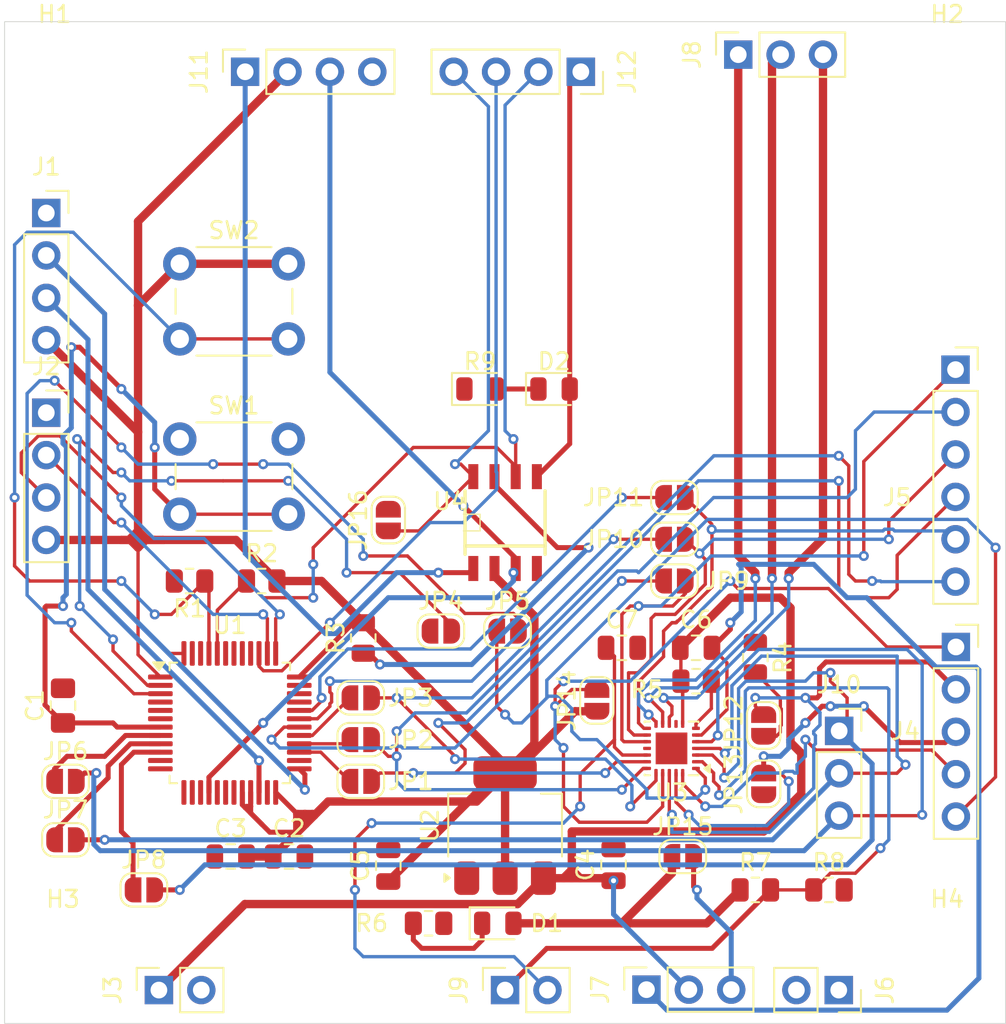
<source format=kicad_pcb>
(kicad_pcb (version 20241229) (generator "pcbnew") (generator_version "9.0")
  (layers (0 "F.Cu" signal) (2 "B.Cu" signal) (13 "F.Paste" user) (15 "B.Paste" user) (5 "F.SilkS" user "F.Silkscreen") (7 "B.SilkS" user "B.Silkscreen") (1 "F.Mask" user) (3 "B.Mask" user) (25 "Edge.Cuts" user))
  (net 0 "")
  (net 1 "/RESET")
  (net 2 "GND")
  (net 3 "+3V3")
  (net 4 "+BATT")
  (net 5 "/CP")
  (net 6 "/AVDD")
  (net 7 "Net-(D1-K)")
  (net 8 "Net-(D2-K)")
  (net 9 "/PGO")
  (net 10 "/TX")
  (net 11 "/RX")
  (net 12 "/SWCLK")
  (net 13 "/SWDIO")
  (net 14 "/MODE")
  (net 15 "/FAULT")
  (net 16 "/SLEW")
  (net 17 "/SLEEP")
  (net 18 "/GAIN")
  (net 19 "/INHC")
  (net 20 "/INLA")
  (net 21 "/INLB")
  (net 22 "/INLC")
  (net 23 "/INHA")
  (net 24 "/INHB")
  (net 25 "/VIN_AVDD")
  (net 26 "/OUTA")
  (net 27 "/OUTC")
  (net 28 "/OUTB")
  (net 29 "/CSAREF")
  (net 30 "/SOC")
  (net 31 "/SOB")
  (net 32 "/SOA")
  (net 33 "/VDD_5")
  (net 34 "/OUT")
  (net 35 "/DIR")
  (net 36 "/SDA")
  (net 37 "/SCL")
  (net 38 "Net-(JP1-A)")
  (net 39 "Net-(JP2-A)")
  (net 40 "Net-(JP3-A)")
  (net 41 "Net-(JP4-B)")
  (net 42 "Net-(JP5-B)")
  (net 43 "Net-(JP6-A)")
  (net 44 "Net-(JP7-A)")
  (net 45 "Net-(JP8-A)")
  (net 46 "Net-(JP9-A)")
  (net 47 "Net-(JP10-A)")
  (net 48 "Net-(JP11-A)")
  (net 49 "Net-(JP12-A)")
  (net 50 "/BOOT")
  (footprint "Resistor_SMD:R_0805_2012Metric" (layer "F.Cu") (at 165 92)
    (property "Reference" "R7")
    (property "Value" "10k")
  )
  (footprint "Connector_PinSocket_2.54mm:PinSocket_1x03_P2.54mm_Vertical" (layer "F.Cu") (at 170.025 82.475)
    (property "Reference" "J10")
    (property "Value" "SOx")
  )
  (footprint "Connector_PinSocket_2.54mm:PinSocket_1x03_P2.54mm_Vertical" (layer "F.Cu") (at 163.975 41.975 90)
    (property "Reference" "J8")
    (property "Value" "out")
  )
  (footprint "AS5600:SOIC8" (layer "F.Cu") (at 150 70)
    (property "Reference" "U4")
    (property "Value" "AS5600")
  )
  (footprint "Jumper:SolderJumper-2_P1.3mm_Open_RoundedPad1.0x1.5mm" (layer "F.Cu") (at 141.35 80.5)
    (property "Reference" "JP3")
    (property "Value" "SolderJumper_2_Open")
  )
  (footprint "Connector_PinSocket_2.54mm:PinSocket_1x02_P2.54mm_Vertical" (layer "F.Cu") (at 129.25 98 90)
    (property "Reference" "J3")
    (property "Value" "batt_1x2")
  )
  (footprint "Capacitor_SMD:C_0805_2012Metric" (layer "F.Cu") (at 156.5 90.5 90)
    (property "Reference" "C4")
    (property "Value" "10uF")
  )
  (footprint "Connector_PinSocket_2.54mm:PinSocket_1x02_P2.54mm_Vertical" (layer "F.Cu") (at 170 98 -90)
    (property "Reference" "J6")
    (property "Value" "gnd")
  )
  (footprint "Jumper:SolderJumper-2_P1.3mm_Open_RoundedPad1.0x1.5mm" (layer "F.Cu") (at 160.15 71)
    (property "Reference" "JP10")
    (property "Value" "SolderJumper_2_Open")
  )
  (footprint "Connector_PinSocket_2.54mm:PinSocket_1x04_P2.54mm_Vertical" (layer "F.Cu") (at 154.54 43 -90)
    (property "Reference" "J12")
    (property "Value" "Conn_01x04_Pin")
  )
  (footprint "Resistor_SMD:R_0805_2012Metric" (layer "F.Cu") (at 135.4125 73.5)
    (property "Reference" "R2")
    (property "Value" "4.7k")
  )
  (footprint "Resistor_SMD:R_0805_2012Metric" (layer "F.Cu") (at 145.4125 94)
    (property "Reference" "R6")
    (property "Value" "1k")
  )
  (footprint "Button_Switch_THT:SW_PUSH_6mm_H5mm" (layer "F.Cu") (at 130.5 54.5)
    (property "Reference" "SW2")
    (property "Value" "SW_Push")
  )
  (footprint "LED_SMD:LED_0805_2012Metric" (layer "F.Cu") (at 148.5 62)
    (property "Reference" "R9")
    (property "Value" "1k")
  )
  (footprint "Jumper:SolderJumper-2_P1.3mm_Open_RoundedPad1.0x1.5mm" (layer "F.Cu") (at 165.5 85.65 90)
    (property "Reference" "JP13")
    (property "Value" "SolderJumper_2_Open")
  )
  (footprint "Connector_PinSocket_2.54mm:PinSocket_1x06_P2.54mm_Vertical" (layer "F.Cu") (at 177 60.84)
    (property "Reference" "J5")
    (property "Value" "INH/Lx")
  )
  (footprint "Jumper:SolderJumper-2_P1.3mm_Open_RoundedPad1.0x1.5mm" (layer "F.Cu") (at 123.65 89)
    (property "Reference" "JP7")
    (property "Value" "SolderJumper_2_Open")
  )
  (footprint "Resistor_SMD:R_0805_2012Metric" (layer "F.Cu") (at 131.0875 73.5 180)
    (property "Reference" "R1")
    (property "Value" "10K")
  )
  (footprint "Connector_PinSocket_2.54mm:PinSocket_1x04_P2.54mm_Vertical" (layer "F.Cu") (at 134.42 43 90)
    (property "Reference" "J11")
    (property "Value" "Conn_01x04_Pin")
  )
  (footprint "Jumper:SolderJumper-2_P1.3mm_Open_RoundedPad1.0x1.5mm" (layer "F.Cu") (at 141.35 83)
    (property "Reference" "JP2")
    (property "Value" "SolderJumper_2_Open")
  )
  (footprint "Resistor_SMD:R_0805_2012Metric" (layer "F.Cu") (at 141.5 76.9125 90)
    (property "Reference" "R3")
    (property "Value" "4.7k")
  )
  (footprint "Jumper:SolderJumper-2_P1.3mm_Open_RoundedPad1.0x1.5mm" (layer "F.Cu") (at 123.65 85.5)
    (property "Reference" "JP6")
    (property "Value" "SolderJumper_2_Open")
  )
  (footprint "Jumper:SolderJumper-2_P1.3mm_Open_RoundedPad1.0x1.5mm" (layer "F.Cu") (at 141.35 85.5)
    (property "Reference" "JP1")
    (property "Value" "SolderJumper_2_Open")
  )
  (footprint "Capacitor_SMD:C_0805_2012Metric" (layer "F.Cu") (at 137.05 90)
    (property "Reference" "C2")
    (property "Value" "100nF")
  )
  (footprint "Jumper:SolderJumper-2_P1.3mm_Open_RoundedPad1.0x1.5mm" (layer "F.Cu") (at 128.35 92)
    (property "Reference" "JP8")
    (property "Value" "SolderJumper_2_Open")
  )
  (footprint "Connector_PinSocket_2.54mm:PinSocket_1x04_P2.54mm_Vertical" (layer "F.Cu") (at 122.5 63.42)
    (property "Reference" "J2")
    (property "Value" "ST-LINK Flasher")
  )
  (footprint "Capacitor_SMD:C_0805_2012Metric" (layer "F.Cu") (at 157 77.5)
    (property "Reference" "C7")
    (property "Value" "4.7uF")
  )
  (footprint "Connector_PinSocket_2.54mm:PinSocket_1x03_P2.54mm_Vertical" (layer "F.Cu") (at 158.475 97.975 90)
    (property "Reference" "J7")
    (property "Value" "V")
  )
  (footprint "Package_TO_SOT_SMD:SOT-223-3_TabPin2" (layer "F.Cu") (at 150 88.15 90)
    (property "Reference" "U2")
    (property "Value" "AMS1117")
  )
  (footprint "Jumper:SolderJumper-2_P1.3mm_Open_RoundedPad1.0x1.5mm" (layer "F.Cu") (at 165.5 82.15 90)
    (property "Reference" "JP12")
    (property "Value" "SolderJumper_2_Open")
  )
  (footprint "Jumper:SolderJumper-2_P1.3mm_Open_RoundedPad1.0x1.5mm" (layer "F.Cu") (at 160.15 68.5)
    (property "Reference" "JP11")
    (property "Value" "SolderJumper_2_Open")
  )
  (footprint "Connector_PinSocket_2.54mm:PinSocket_1x04_P2.54mm_Vertical" (layer "F.Cu") (at 122.5 51.46)
    (property "Reference" "J1")
    (property "Value" "UART")
  )
  (footprint "Connector_PinSocket_2.54mm:PinSocket_1x02_P2.54mm_Vertical" (layer "F.Cu") (at 150 98 90)
    (property "Reference" "J9")
    (property "Value" "~")
  )
  (footprint "Capacitor_SMD:C_0805_2012Metric" (layer "F.Cu") (at 143 90.55 90)
    (property "Reference" "C5")
    (property "Value" "10uF")
  )
  (footprint "Jumper:SolderJumper-2_P1.3mm_Open_RoundedPad1.0x1.5mm" (layer "F.Cu") (at 160.15 73.5)
    (property "Reference" "JP9")
    (property "Value" "SolderJumper_2_Open")
  )
  (footprint "Jumper:SolderJumper-2_P1.3mm_Open_RoundedPad1.0x1.5mm" (layer "F.Cu") (at 146.15 76.5)
    (property "Reference" "JP4")
    (property "Value" "SolderJumper_2_Open")
  )
  (footprint "Capacitor_SMD:C_0805_2012Metric" (layer "F.Cu") (at 161.45 77.5)
    (property "Reference" "C6")
    (property "Value" "0.1uF")
  )
  (footprint "Package_DFN_QFN:Texas_RRW0024A_WQFN-24-1EP_3x3mm_P0.4mm_EP1.9x1.9mm" (layer "F.Cu") (at 159.975 83.525 180)
    (property "Reference" "U3")
    (property "Value" "DRV8311H")
  )
  (footprint "Connector_PinSocket_2.54mm:PinSocket_1x05_P2.54mm_Vertical" (layer "F.Cu") (at 177.025 77.45)
    (property "Reference" "J4")
    (property "Value" "~")
  )
  (footprint "MountingHole:MountingHole_3mm" (layer "F.Cu") (at 123.5 96.5)
    (property "Reference" "H3")
    (property "Value" "M3")
  )
  (footprint "Resistor_SMD:R_0805_2012Metric" (layer "F.Cu") (at 161.45 79.5)
    (property "Reference" "R5")
    (property "Value" "0K")
  )
  (footprint "MountingHole:MountingHole_3mm" (layer "F.Cu") (at 123 43.5)
    (property "Reference" "H1")
    (property "Value" "M3")
  )
  (footprint "Jumper:SolderJumper-2_P1.3mm_Open_RoundedPad1.0x1.5mm" (layer "F.Cu") (at 143 69.85 90)
    (property "Reference" "JP16")
    (property "Value" "SolderJumper_2_Open")
  )
  (footprint "MountingHole:MountingHole_3mm" (layer "F.Cu") (at 176.5 96.5)
    (property "Reference" "H4")
    (property "Value" "M3")
  )
  (footprint "LED_SMD:LED_0805_2012Metric" (layer "F.Cu") (at 152.9375 62)
    (property "Reference" "D2")
    (property "Value" "LED_Small")
  )
  (footprint "Jumper:SolderJumper-2_P1.3mm_Open_RoundedPad1.0x1.5mm" (layer "F.Cu") (at 155.5 80.65 90)
    (property "Reference" "JP14")
    (property "Value" "SolderJumper_2_Open")
  )
  (footprint "Capacitor_SMD:C_0805_2012Metric_Pad1.18x1.45mm_HandSolder" (layer "F.Cu") (at 123.5 80.9625 90)
    (property "Reference" "C1")
    (property "Value" "100nF")
  )
  (footprint "LED_SMD:LED_0805_2012Metric" (layer "F.Cu") (at 149.5625 94)
    (property "Reference" "D1")
    (property "Value" "LED")
  )
  (footprint "Capacitor_SMD:C_0805_2012Metric" (layer "F.Cu") (at 133.55 90)
    (property "Reference" "C3")
    (property "Value" "1uF")
  )
  (footprint "Button_Switch_THT:SW_PUSH_6mm_H5mm" (layer "F.Cu") (at 130.5 65)
    (property "Reference" "SW1")
    (property "Value" "SW_Push")
  )
  (footprint "Jumper:SolderJumper-2_P1.3mm_Open_RoundedPad1.0x1.5mm" (layer "F.Cu") (at 150.15 76.5)
    (property "Reference" "JP5")
    (property "Value" "SolderJumper_2_Open")
  )
  (footprint "Resistor_SMD:R_0805_2012Metric" (layer "F.Cu") (at 165 78.0875 -90)
    (property "Reference" "R4")
    (property "Value" "47k")
  )
  (footprint "Resistor_SMD:R_0805_2012Metric" (layer "F.Cu") (at 169.4125 92)
    (property "Reference" "R8")
    (property "Value" "10k")
  )
  (footprint "MountingHole:MountingHole_3mm" (layer "F.Cu") (at 176.5 43.5)
    (property "Reference" "H2")
    (property "Value" "M3")
  )
  (footprint "Package_QFP:LQFP-48_7x7mm_P0.5mm" (layer "F.Cu") (at 133.5 82)
    (property "Reference" "U1")
    (property "Value" "STM32G431CBTx")
  )
  (footprint "Jumper:SolderJumper-2_P1.3mm_Open_RoundedPad1.0x1.5mm" (layer "F.Cu") (at 160.65 90)
    (property "Reference" "JP15")
    (property "Value" "SolderJumper_2_Open")
  )
  (gr_rect (start 120 40) (end 180 100) (stroke (width 0.05)) (fill no) (layer "Edge.Cuts"))
  (segment (start 123.5 75) (end 122.5 75) (width 0.3) (layer "F.Cu") (net 1))
  (segment (start 122.424 80.924) (end 123.5 82) (width 0.3) (layer "F.Cu") (net 1))
  (segment (start 129 65.5) (end 129 68) (width 0.3) (layer "F.Cu") (net 1))
  (segment (start 126.75 82.25) (end 126.5 82) (width 0.3) (layer "F.Cu") (net 1))
  (segment (start 129.3375 82.25) (end 126.75 82.25) (width 0.3) (layer "F.Cu") (net 1))
  (segment (start 130.5 69.5) (end 137 69.5) (width 0.2) (layer "F.Cu") (net 1))
  (segment (start 129 68) (end 130.5 69.5) (width 0.3) (layer "F.Cu") (net 1))
  (segment (start 122.5 75) (end 122.424 75.076) (width 0.3) (layer "F.Cu") (net 1))
  (segment (start 124.5 59.5) (end 127 62) (width 0.3) (layer "F.Cu") (net 1))
  (segment (start 126.5 82) (end 123.5 82) (width 0.3) (layer "F.Cu") (net 1))
  (segment (start 124 59.5) (end 124.5 59.5) (width 0.3) (layer "F.Cu") (net 1))
  (segment (start 122.424 75.076) (end 122.424 80.924) (width 0.3) (layer "F.Cu") (net 1))
  (via (at 123.5 75) (size 0.6) (drill 0.3) (layers "F.Cu" "B.Cu") (net 1))
  (via (at 129 65.5) (size 0.6) (drill 0.3) (layers "F.Cu" "B.Cu") (net 1))
  (via (at 127 62) (size 0.6) (drill 0.3) (layers "F.Cu" "B.Cu") (net 1))
  (via (at 124 59.5) (size 0.6) (drill 0.3) (layers "F.Cu" "B.Cu") (net 1))
  (segment (start 127 62) (end 129 64) (width 0.3) (layer "B.Cu") (net 1))
  (segment (start 124 64.322) (end 124 59.5) (width 0.3) (layer "B.Cu") (net 1))
  (segment (start 129 64) (end 129 65.5) (width 0.3) (layer "B.Cu") (net 1))
  (segment (start 123.5 74.5) (end 123.701 74.299) (width 0.3) (layer "B.Cu") (net 1))
  (segment (start 123.5 75) (end 123.5 74.5) (width 0.3) (layer "B.Cu") (net 1))
  (segment (start 123.701 74.299) (end 123.701 65.462529) (width 0.3) (layer "B.Cu") (net 1))
  (segment (start 123.5 65.261529) (end 123.5 64.822) (width 0.3) (layer "B.Cu") (net 1))
  (segment (start 123.5 64.822) (end 124 64.322) (width 0.3) (layer "B.Cu") (net 1))
  (segment (start 123.701 65.462529) (end 123.5 65.261529) (width 0.3) (layer "B.Cu") (net 1))
  (segment (start 145.5 80) (end 144.794 79.294) (width 0.5) (layer "F.Cu") (net 3))
  (segment (start 133.865 71.04) (end 129.5 71.04) (width 0.5) (layer "F.Cu") (net 3))
  (segment (start 138.05 87.9625) (end 138.05 88.05) (width 0.3) (layer "F.Cu") (net 3))
  (segment (start 137.6625 79.25) (end 140.9125 76) (width 0.3) (layer "F.Cu") (net 3))
  (segment (start 136.25 86.1625) (end 137.54375 87.45625) (width 0.3) (layer "F.Cu") (net 3))
  (segment (start 150.5 94) (end 157 94) (width 0.5) (layer "F.Cu") (net 3))
  (segment (start 140.9125 76) (end 141.5 76) (width 0.3) (layer "F.Cu") (net 3))
  (segment (start 136.325 73.5) (end 133.865 71.04) (width 0.5) (layer "F.Cu") (net 3))
  (segment (start 136.96 43) (end 128 51.96) (width 0.5) (layer "F.Cu") (net 3))
  (segment (start 136.1 90) (end 134.5 90) (width 0.5) (layer "F.Cu") (net 3))
  (segment (start 128 71.5) (end 128 76) (width 0.2) (layer "F.Cu") (net 3))
  (segment (start 134.75 87.4) (end 135.425 88.075) (width 0.3) (layer "F.Cu") (net 3))
  (segment (start 129 71.04) (end 128.46 71.04) (width 0.5) (layer "F.Cu") (net 3))
  (segment (start 157 94) (end 162.0875 94) (width 0.5) (layer "F.Cu") (net 3))
  (segment (start 137.54375 87.45625) (end 138.05 87.9625) (width 0.3) (layer "F.Cu") (net 3))
  (segment (start 128 70.5) (end 128 71.04) (width 0.5) (layer "F.Cu") (net 3))
  (segment (start 138 87.45625) (end 137.54375 87.45625) (width 0.5) (layer "F.Cu") (net 3))
  (segment (start 134.25 86.1625) (end 134.25 86.899999) (width 0.3) (layer "F.Cu") (net 3))
  (segment (start 138.45625 87.45625) (end 138 87.45625) (width 0.5) (layer "F.Cu") (net 3))
  (segment (start 130.5 54.5) (end 137 54.5) (width 0.5) (layer "F.Cu") (net 3))
  (segment (start 138.55 87.55) (end 138.45625 87.45625) (width 0.5) (layer "F.Cu") (net 3))
  (segment (start 151.756 75.591) (end 151.756 83.244) (width 0.5) (layer "F.Cu") (net 3))
  (segment (start 127 71.04) (end 127.46 71.04) (width 0.5) (layer "F.Cu") (net 3))
  (segment (start 128 64.58) (end 128 70.5) (width 0.5) (layer "F.Cu") (net 3))
  (segment (start 128 76) (end 128 77.9125) (width 0.2) (layer "F.Cu") (net 3))
  (segment (start 150.5 85) (end 154.2 81.3) (width 0.5) (layer "F.Cu") (net 3))
  (segment (start 122.5 59.08) (end 128 64.58) (width 0.5) (layer "F.Cu") (net 3))
  (segment (start 138.55 87.55) (end 138.05 88.05) (width 0.5) (layer "F.Cu") (net 3))
  (segment (start 129 71.04) (end 128.54 71.04) (width 0.5) (layer "F.Cu") (net 3))
  (segment (start 128 51.96) (end 128 57) (width 0.5) (layer "F.Cu") (net 3))
  (segment (start 150 84.5) (end 145.5 80) (width 0.5) (layer "F.Cu") (net 3))
  (segment (start 137.54375 88.54375) (end 137.54375 87.45625) (width 0.5) (layer "F.Cu") (net 3))
  (segment (start 134.75 86.1625) (end 134.75 87) (width 0.3) (layer "F.Cu") (net 3))
  (segment (start 127.54 71.04) (end 128 71.5) (width 0.5) (layer "F.Cu") (net 3))
  (segment (start 149.365 72.75) (end 149.365 73.2) (width 0.5) (layer "F.Cu") (net 3))
  (segment (start 139.394 86.706) (end 138.55 87.55) (width 0.5) (layer "F.Cu") (net 3))
  (segment (start 138 88) (end 138.05 88.05) (width 0.5) (layer "F.Cu") (net 3))
  (segment (start 162.0875 94) (end 164.0875 92) (width 0.5) (layer "F.Cu") (net 3))
  (segment (start 134.25 86.899999) (end 134.425 87.075) (width 0.3) (layer "F.Cu") (net 3))
  (segment (start 145.5 80) (end 141.5 76) (width 0.5) (layer "F.Cu") (net 3))
  (segment (start 135.425 88.075) (end 135.893751 88.54375) (width 0.3) (layer "F.Cu") (net 3))
  (segment (start 151.756 83.244) (end 150 85) (width 0.5) (layer "F.Cu") (net 3))
  (segment (start 128 71.04) (end 127 71.04) (width 0.5) (layer "F.Cu") (net 3))
  (segment (start 134.5 87) (end 134.425 87.075) (width 0.3) (layer "F.Cu") (net 3))
  (segment (start 150 91.3) (end 150 85) (width 0.5) (layer "F.Cu") (net 3))
  (segment (start 129.5 71.04) (end 129 71.04) (width 0.5) (layer "F.Cu") (net 3))
  (segment (start 128 76) (end 129.8375 77.8375) (width 0.2) (layer "F.Cu") (net 3))
  (segment (start 127 71.04) (end 122.5 71.04) (width 0.5) (layer "F.Cu") (net 3))
  (segment (start 150 85) (end 150 84.5) (width 0.5) (layer "F.Cu") (net 3))
  (segment (start 138 87.45625) (end 138 88) (width 0.5) (layer "F.Cu") (net 3))
  (segment (start 128 71.5) (end 128 71.04) (width 0.2) (layer "F.Cu") (net 3))
  (segment (start 137.55 88.55) (end 138.05 88.05) (width 0.5) (layer "F.Cu") (net 3))
  (segment (start 134.75 87) (end 134.75 87.4) (width 0.3) (layer "F.Cu") (net 3))
  (segment (start 127.46 71.04) (end 128 70.5) (width 0.5) (layer "F.Cu") (net 3))
  (segment (start 160 91) (end 157 94) (width 0.5) (layer "F.Cu") (net 3))
  (segment (start 139 73.5) (end 141.5 76) (width 0.5) (layer "F.Cu") (net 3))
  (segment (start 143 91.5) (end 149.5 85) (width 0.5) (layer "F.Cu") (net 3))
  (segment (start 129.8375 77.8375) (end 130.75 77.8375) (width 0.2) (layer "F.Cu") (net 3))
  (segment (start 149.365 73.2) (end 151.756 75.591) (width 0.5) (layer "F.Cu") (net 3))
  (segment (start 130.5 54.5) (end 128 57) (width 0.5) (layer "F.Cu") (net 3))
  (segment (start 154.2 81.3) (end 155.5 81.3) (width 0.5) (layer "F.Cu") (net 3))
  (segment (start 150 85) (end 148.294 86.706) (width 0.5) (layer "F.Cu") (net 3))
  (segment (start 134.75 87) (end 134.5 87) (width 0.3) (layer "F.Cu") (net 3))
  (segment (start 148.294 86.706) (end 139.394 86.706) (width 0.5) (layer "F.Cu") (net 3))
  (segment (start 150 85) (end 150.5 85) (width 0.5) (layer "F.Cu") (net 3))
  (segment (start 129.5 71.04) (end 128 71.04) (width 0.5) (layer "F.Cu") (net 3))
  (segment (start 149.5 85) (end 150 85) (width 0.5) (layer "F.Cu") (net 3))
  (segment (start 136.1 90) (end 137.55 88.55) (width 0.5) (layer "F.Cu") (net 3))
  (segment (start 127.46 71.04) (end 127.54 71.04) (width 0.5) (layer "F.Cu") (net 3))
  (segment (start 160 90) (end 160 91) (width 0.5) (layer "F.Cu") (net 3))
  (segment (start 134.425 87.075) (end 135.425 88.075) (width 0.3) (layer "F.Cu") (net 3))
  (segment (start 128 77.9125) (end 129.3375 79.25) (width 0.2) (layer "F.Cu") (net 3))
  (segment (start 128 57) (end 128 64.58) (width 0.5) (layer "F.Cu") (net 3))
  (segment (start 137.55 88.55) (end 137.54375 88.54375) (width 0.5) (layer "F.Cu") (net 3))
  (segment (start 136.325 73.5) (end 139 73.5) (width 0.5) (layer "F.Cu") (net 3))
  (segment (start 128.54 71.04) (end 128 70.5) (width 0.5) (layer "F.Cu") (net 3))
  (segment (start 128.46 71.04) (end 128 71.5) (width 0.5) (layer "F.Cu") (net 3))
  (segment (start 135.893751 88.54375) (end 137.54375 88.54375) (width 0.3) (layer "F.Cu") (net 3))
  (segment (start 150.751 92.849) (end 152.3 91.3) (width 0.5) (layer "F.Cu") (net 4))
  (segment (start 165.5 88.5) (end 167.751 86.249) (width 0.5) (layer "F.Cu") (net 4))
  (segment (start 153.5 91.3) (end 154 91.3) (width 0.5) (layer "F.Cu") (net 4))
  (segment (start 154.5 91.3) (end 156.35 91.3) (width 0.5) (layer "F.Cu") (net 4))
  (segment (start 167.107 75.107) (end 166.5 74.5) (width 0.5) (layer "F.Cu") (net 4))
  (segment (start 134.401 92.849) (end 150.751 92.849) (width 0.5) (layer "F.Cu") (net 4))
  (segment (start 160.645 80) (end 160.645 79.6075) (width 0.2) (layer "F.Cu") (net 4))
  (segment (start 154 91.3) (end 154 88.5) (width 0.5) (layer "F.Cu") (net 4))
  (segment (start 156.35 91.3) (end 156.5 91.45) (width 0.5) (layer "F.Cu") (net 4))
  (segment (start 154 90.5) (end 154 90.8) (width 0.5) (layer "F.Cu") (net 4))
  (segment (start 167.107 83.169075) (end 167.107 75.107) (width 0.5) (layer "F.Cu") (net 4))
  (segment (start 167.751 86.249) (end 167.751 83.813075) (width 0.5) (layer "F.Cu") (net 4))
  (segment (start 166.5 74.5) (end 163.5 74.5) (width 0.5) (layer "F.Cu") (net 4))
  (segment (start 154 90.8) (end 153.5 91.3) (width 0.5) (layer "F.Cu") (net 4))
  (segment (start 163.5 74.5) (end 160.5 77.5) (width 0.5) (layer "F.Cu") (net 4))
  (segment (start 160.645 80) (end 160.645 80.5) (width 0.2) (layer "F.Cu") (net 4))
  (segment (start 160.645 79.6075) (end 160.5375 79.5) (width 0.2) (layer "F.Cu") (net 4))
  (segment (start 154 88.5) (end 165.5 88.5) (width 0.5) (layer "F.Cu") (net 4))
  (segment (start 129.25 98) (end 134.401 92.849) (width 0.5) (layer "F.Cu") (net 4))
  (segment (start 154 91.3) (end 154 90.5) (width 0.5) (layer "F.Cu") (net 4))
  (segment (start 160.5375 79.5) (end 160.5375 77.5375) (width 0.2) (layer "F.Cu") (net 4))
  (segment (start 154 90.8) (end 154.5 91.3) (width 0.5) (layer "F.Cu") (net 4))
  (segment (start 154 91.3) (end 154.5 91.3) (width 0.5) (layer "F.Cu") (net 4))
  (segment (start 167.751 83.813075) (end 167.107 83.169075) (width 0.5) (layer "F.Cu") (net 4))
  (segment (start 160.5375 77.5375) (end 160.5 77.5) (width 0.2) (layer "F.Cu") (net 4))
  (segment (start 160.645 82.06) (end 160.645 80) (width 0.2) (layer "F.Cu") (net 4))
  (segment (start 152.3 91.3) (end 153.5 91.3) (width 0.5) (layer "F.Cu") (net 4))
  (via (at 156.5 91.45) (size 0.6) (drill 0.3) (layers "F.Cu" "B.Cu") (net 4))
  (segment (start 161.015 97.975) (end 156.5 93.46) (width 0.3) (layer "B.Cu") (net 4))
  (segment (start 156.5 93.46) (end 156.5 91.5) (width 0.3) (layer "B.Cu") (net 4))
  (segment (start 163.298 81.202) (end 161.775 82.725) (width 0.2) (layer "F.Cu") (net 5))
  (segment (start 163.5 76) (end 163.5 76.4) (width 0.3) (layer "F.Cu") (net 5))
  (segment (start 161.775 82.725) (end 161.44 82.725) (width 0.2) (layer "F.Cu") (net 5))
  (segment (start 163.5 76.4) (end 162.4 77.5) (width 0.3) (layer "F.Cu") (net 5))
  (segment (start 162.4 77.5) (end 163.298 78.398) (width 0.2) (layer "F.Cu") (net 5))
  (segment (start 163.298 78.398) (end 163.298 81.202) (width 0.2) (layer "F.Cu") (net 5))
  (via (at 163.5 76) (size 0.6) (drill 0.3) (layers "F.Cu" "B.Cu") (net 5))
  (segment (start 175.824 78.651) (end 171.673 74.5) (width 0.3) (layer "B.Cu") (net 5))
  (segment (start 178.226 78.651) (end 175.824 78.651) (width 0.3) (layer "B.Cu") (net 5))
  (segment (start 170.5 74.5) (end 168.5 72.5) (width 0.3) (layer "B.Cu") (net 5))
  (segment (start 171.673 74.5) (end 170.5 74.5) (width 0.3) (layer "B.Cu") (net 5))
  (segment (start 178.401 78.826) (end 178.226 78.651) (width 0.3) (layer "B.Cu") (net 5))
  (segment (start 176.48742 99.201) (end 178.401 97.28742) (width 0.3) (layer "B.Cu") (net 5))
  (segment (start 159.701 99.201) (end 176.48742 99.201) (width 0.3) (layer "B.Cu") (net 5))
  (segment (start 164.151 75.349) (end 163.5 76) (width 0.3) (layer "B.Cu") (net 5))
  (segment (start 158.475 97.975) (end 159.701 99.201) (width 0.3) (layer "B.Cu") (net 5))
  (segment (start 178.401 97.28742) (end 178.401 78.826) (width 0.3) (layer "B.Cu") (net 5))
  (segment (start 168.5 72.5) (end 164 72.5) (width 0.3) (layer "B.Cu") (net 5))
  (segment (start 164.151 72.651) (end 164.151 75.349) (width 0.3) (layer "B.Cu") (net 5))
  (segment (start 164 72.5) (end 164.151 72.651) (width 0.3) (layer "B.Cu") (net 5))
  (segment (start 154.5 85.056) (end 154.5 87) (width 0.2) (layer "F.Cu") (net 6))
  (segment (start 141 89) (end 141 92) (width 0.2) (layer "F.Cu") (net 6))
  (segment (start 156.556 78.006) (end 156.05 77.5) (width 0.2) (layer "F.Cu") (net 6))
  (segment (start 156.556 83.444) (end 156.556 83) (width 0.2) (layer "F.Cu") (net 6))
  (segment (start 142 88) (end 141 89) (width 0.2) (layer "F.Cu") (net 6))
  (segment (start 156.556 83) (end 154.5 85.056) (width 0.2) (layer "F.Cu") (net 6))
  (segment (start 158.51 83.925) (end 157.037 83.925) (width 0.2) (layer "F.Cu") (net 6))
  (segment (start 156.556 83) (end 156.556 78.006) (width 0.2) (layer "F.Cu") (net 6))
  (segment (start 157.037 83.925) (end 156.556 83.444) (width 0.2) (layer "F.Cu") (net 6))
  (via (at 154.5 87) (size 0.6) (drill 0.3) (layers "F.Cu" "B.Cu") (net 6))
  (via (at 142 88) (size 0.6) (drill 0.3) (layers "F.Cu" "B.Cu") (net 6))
  (via (at 141 92) (size 0.6) (drill 0.3) (layers "F.Cu" "B.Cu") (net 6))
  (segment (start 150.54 96) (end 141.5 96) (width 0.2) (layer "B.Cu") (net 6))
  (segment (start 152.54 98) (end 150.54 96) (width 0.2) (layer "B.Cu") (net 6))
  (segment (start 153.5 88) (end 142 88) (width 0.2) (layer "B.Cu") (net 6))
  (segment (start 154.5 87) (end 153.5 88) (width 0.2) (layer "B.Cu") (net 6))
  (segment (start 141 95.5) (end 141 92) (width 0.2) (layer "B.Cu") (net 6))
  (segment (start 141.5 96) (end 141 95.5) (width 0.2) (layer "B.Cu") (net 6))
  (segment (start 148.125 95.5) (end 148.625 95) (width 0.3) (layer "F.Cu") (net 7))
  (segment (start 145 95.5) (end 148.125 95.5) (width 0.3) (layer "F.Cu") (net 7))
  (segment (start 144.5 95) (end 145 95.5) (width 0.3) (layer "F.Cu") (net 7))
  (segment (start 144.5 94) (end 144.5 95) (width 0.3) (layer "F.Cu") (net 7))
  (segment (start 148.625 95) (end 148.625 94) (width 0.3) (layer "F.Cu") (net 7))
  (segment (start 152 62) (end 149.4375 62) (width 0.3) (layer "F.Cu") (net 8))
  (segment (start 153.875 43.665) (end 154.54 43) (width 0.3) (layer "F.Cu") (net 9))
  (segment (start 153.875 62) (end 153.875 65.28) (width 0.3) (layer "F.Cu") (net 9))
  (segment (start 153.875 62) (end 153.875 43.665) (width 0.3) (layer "F.Cu") (net 9))
  (segment (start 153.875 65.28) (end 151.905 67.25) (width 0.3) (layer "F.Cu") (net 9))
  (segment (start 137.6625 84.75) (end 138 85.0875) (width 0.3) (layer "F.Cu") (net 10))
  (segment (start 138 85.0875) (end 138 86) (width 0.3) (layer "F.Cu") (net 10))
  (via (at 138 86) (size 0.6) (drill 0.3) (layers "F.Cu" "B.Cu") (net 10))
  (segment (start 126 57.5) (end 122.5 54) (width 0.3) (layer "B.Cu") (net 10))
  (segment (start 138 86) (end 126 74) (width 0.3) (layer "B.Cu") (net 10))
  (segment (start 126 74) (end 126 57.5) (width 0.3) (layer "B.Cu") (net 10))
  (segment (start 135.25 86.1625) (end 135.25 84.25) (width 0.3) (layer "F.Cu") (net 11))
  (via (at 135.25 84.25) (size 0.6) (drill 0.3) (layers "F.Cu" "B.Cu") (net 11))
  (segment (start 125 59.04) (end 122.5 56.54) (width 0.3) (layer "B.Cu") (net 11))
  (segment (start 135.25 84.25) (end 125 74) (width 0.3) (layer "B.Cu") (net 11))
  (segment (start 125 74) (end 125 59.04) (width 0.3) (layer "B.Cu") (net 11))
  (segment (start 126.54 70) (end 122.5 65.96) (width 0.2) (layer "F.Cu") (net 12))
  (segment (start 135.75 77.8375) (end 135.75 75.75) (width 0.2) (layer "F.Cu") (net 12))
  (segment (start 135.75 75.75) (end 135.5 75.5) (width 0.2) (layer "F.Cu") (net 12))
  (segment (start 127 70) (end 126.54 70) (width 0.2) (layer "F.Cu") (net 12))
  (via (at 135.5 75.5) (size 0.6) (drill 0.3) (layers "F.Cu" "B.Cu") (net 12))
  (via (at 127 70) (size 0.6) (drill 0.3) (layers "F.Cu" "B.Cu") (net 12))
  (via (at 135.5 75.5) (size 0.6) (drill 0.3) (layers "F.Cu" "B.Cu") (net 12))
  (via (at 135.5 75.5) (size 0.6) (drill 0.3) (layers "F.Cu" "B.Cu") (net 12))
  (segment (start 132.5 75.5) (end 127 70) (width 0.2) (layer "B.Cu") (net 12))
  (segment (start 135.5 75.5) (end 132.5 75.5) (width 0.2) (layer "B.Cu") (net 12))
  (segment (start 136.25 75.75) (end 136.5 75.5) (width 0.2) (layer "F.Cu") (net 13))
  (segment (start 136.25 77.8375) (end 136.25 75.75) (width 0.2) (layer "F.Cu") (net 13))
  (segment (start 127 68.5) (end 123.309 64.809) (width 0.2) (layer "F.Cu") (net 13))
  (segment (start 123.309 64.809) (end 122.02324 64.809) (width 0.2) (layer "F.Cu") (net 13))
  (segment (start 121 67) (end 122.5 68.5) (width 0.2) (layer "F.Cu") (net 13))
  (segment (start 121 65.83224) (end 121 67) (width 0.2) (layer "F.Cu") (net 13))
  (segment (start 122.02324 64.809) (end 121 65.83224) (width 0.2) (layer "F.Cu") (net 13))
  (via (at 127 68.5) (size 0.6) (drill 0.3) (layers "F.Cu" "B.Cu") (net 13))
  (via (at 136.5 75.5) (size 0.6) (drill 0.3) (layers "F.Cu" "B.Cu") (net 13))
  (segment (start 131.951 70.951) (end 136.5 75.5) (width 0.2) (layer "B.Cu") (net 13))
  (segment (start 127 69) (end 127 68.5) (width 0.2) (layer "B.Cu") (net 13))
  (segment (start 128.951 70.951) (end 131.951 70.951) (width 0.2) (layer "B.Cu") (net 13))
  (segment (start 128.951 70.951) (end 127 69) (width 0.2) (layer "B.Cu") (net 13))
  (segment (start 165.5 85) (end 166.5 85) (width 0.2) (layer "F.Cu") (net 14))
  (segment (start 160.245 86.745) (end 161 87.5) (width 0.2) (layer "F.Cu") (net 14))
  (segment (start 169 81) (end 168 82) (width 0.3) (layer "F.Cu") (net 14))
  (segment (start 166.5 85) (end 167 85.5) (width 0.2) (layer "F.Cu") (net 14))
  (segment (start 177.025 82.53) (end 176.38 83.175) (width 0.3) (layer "F.Cu") (net 14))
  (segment (start 169.5 81) (end 169 81) (width 0.3) (layer "F.Cu") (net 14))
  (segment (start 160.245 84.99) (end 160.245 86.745) (width 0.2) (layer "F.Cu") (net 14))
  (segment (start 176.38 83.175) (end 173.675 83.175) (width 0.3) (layer "F.Cu") (net 14))
  (segment (start 173.675 83.175) (end 171.5 81) (width 0.3) (layer "F.Cu") (net 14))
  (segment (start 165.5 84) (end 165.5 85) (width 0.3) (layer "F.Cu") (net 14))
  (via (at 168 82) (size 0.6) (drill 0.3) (layers "F.Cu" "B.Cu") (net 14))
  (via (at 161 87.5) (size 0.6) (drill 0.3) (layers "F.Cu" "B.Cu") (net 14))
  (via (at 169.5 81) (size 0.6) (drill 0.3) (layers "F.Cu" "B.Cu") (net 14))
  (via (at 167 85.5) (size 0.6) (drill 0.3) (layers "F.Cu" "B.Cu") (net 14))
  (via (at 165.5 84) (size 0.6) (drill 0.3) (layers "F.Cu" "B.Cu") (net 14))
  (via (at 171.5 81) (size 0.6) (drill 0.3) (layers "F.Cu" "B.Cu") (net 14))
  (segment (start 165 88.148) (end 165.68709 88.148) (width 0.2) (layer "B.Cu") (net 14))
  (segment (start 161 87.5) (end 161.648 88.148) (width 0.2) (layer "B.Cu") (net 14))
  (segment (start 167 83) (end 167 83.5) (width 0.3) (layer "B.Cu") (net 14))
  (segment (start 165.68709 88.148) (end 166.917545 86.917545) (width 0.2) (layer "B.Cu") (net 14))
  (segment (start 166.917545 86.917545) (end 167 86.83509) (width 0.2) (layer "B.Cu") (net 14))
  (segment (start 166.5 84) (end 165.5 84) (width 0.3) (layer "B.Cu") (net 14))
  (segment (start 167 86.83509) (end 167 85.5) (width 0.2) (layer "B.Cu") (net 14))
  (segment (start 167 83.5) (end 166.5 84) (width 0.3) (layer "B.Cu") (net 14))
  (segment (start 168 82) (end 167 83) (width 0.3) (layer "B.Cu") (net 14))
  (segment (start 161.648 88.148) (end 165 88.148) (width 0.2) (layer "B.Cu") (net 14))
  (segment (start 171.5 81) (end 169.5 81) (width 0.3) (layer "B.Cu") (net 14))
  (segment (start 150 81.5) (end 149.5 81) (width 0.2) (layer "F.Cu") (net 15))
  (segment (start 179.399 71.5) (end 179.399 85.236) (width 0.2) (layer "F.Cu") (net 15))
  (segment (start 179.399 85.236) (end 177.025 87.61) (width 0.2) (layer "F.Cu") (net 15))
  (segment (start 149.5 81) (end 149.5 76.5) (width 0.2) (layer "F.Cu") (net 15))
  (segment (start 161.44 84.725) (end 162 85.285) (width 0.2) (layer "F.Cu") (net 15))
  (segment (start 162 85.285) (end 162 86) (width 0.2) (layer "F.Cu") (net 15))
  (via (at 162 86) (size 0.6) (drill 0.3) (layers "F.Cu" "B.Cu") (net 15))
  (via (at 150 81.5) (size 0.6) (drill 0.3) (layers "F.Cu" "B.Cu") (net 15))
  (via (at 179.399 71.5) (size 0.6) (drill 0.3) (layers "F.Cu" "B.Cu") (net 15))
  (segment (start 154 81.150057) (end 153.248943 80.399) (width 0.2) (layer "B.Cu") (net 15))
  (segment (start 153.248943 80.399) (end 152.601 80.399) (width 0.2) (layer "B.Cu") (net 15))
  (segment (start 177.709426 69.810426) (end 179.399 71.5) (width 0.2) (layer "B.Cu") (net 15))
  (segment (start 152.5 79.444945) (end 162.134519 69.810426) (width 0.2) (layer "B.Cu") (net 15))
  (segment (start 162 86) (end 161.5 86.5) (width 0.2) (layer "B.Cu") (net 15))
  (segment (start 154.5 83) (end 154 82.5) (width 0.2) (layer "B.Cu") (net 15))
  (segment (start 155.5 83) (end 154.5 83) (width 0.2) (layer "B.Cu") (net 15))
  (segment (start 154 82.5) (end 154 81.150057) (width 0.2) (layer "B.Cu") (net 15))
  (segment (start 161.5 86.5) (end 158.5 86.5) (width 0.2) (layer "B.Cu") (net 15))
  (segment (start 152.601 80.399) (end 152.5 80.5) (width 0.2) (layer "B.Cu") (net 15))
  (segment (start 151 82) (end 150.5 82) (width 0.2) (layer "B.Cu") (net 15))
  (segment (start 158.5 86) (end 155.5 83) (width 0.2) (layer "B.Cu") (net 15))
  (segment (start 158.5 86.5) (end 158.5 86) (width 0.2) (layer "B.Cu") (net 15))
  (segment (start 152.5 80.5) (end 151 82) (width 0.2) (layer "B.Cu") (net 15))
  (segment (start 150.5 82) (end 150 81.5) (width 0.2) (layer "B.Cu") (net 15))
  (segment (start 152.5 80.5) (end 152.5 79.444945) (width 0.2) (layer "B.Cu") (net 15))
  (segment (start 162.134519 69.810426) (end 177.709426 69.810426) (width 0.2) (layer "B.Cu") (net 15))
  (segment (start 169.230346 78.349) (end 175.384 78.349) (width 0.3) (layer "F.Cu") (net 16))
  (segment (start 159.845 84.99) (end 159.845 87.345) (width 0.2) (layer "F.Cu") (net 16))
  (segment (start 165.5 81.5) (end 165 81) (width 0.2) (layer "F.Cu") (net 16))
  (segment (start 159.845 87.345) (end 160 87.5) (width 0.2) (layer "F.Cu") (net 16))
  (segment (start 165 81) (end 165 80.5) (width 0.2) (layer "F.Cu") (net 16))
  (segment (start 168.849 78.730346) (end 169.230346 78.349) (width 0.3) (layer "F.Cu") (net 16))
  (segment (start 168.698 80.5) (end 168.849 80.349) (width 0.3) (layer "F.Cu") (net 16))
  (segment (start 168.849 80.349) (end 168.849 78.730346) (width 0.3) (layer "F.Cu") (net 16))
  (segment (start 168 80.5) (end 168.698 80.5) (width 0.3) (layer "F.Cu") (net 16))
  (segment (start 175.384 78.349) (end 177.025 79.99) (width 0.3) (layer "F.Cu") (net 16))
  (via (at 160 87.5) (size 0.6) (drill 0.3) (layers "F.Cu" "B.Cu") (net 16))
  (via (at 165 80.5) (size 0.6) (drill 0.3) (layers "F.Cu" "B.Cu") (net 16))
  (via (at 168 80.5) (size 0.6) (drill 0.3) (layers "F.Cu" "B.Cu") (net 16))
  (segment (start 168.601 83.248943) (end 168.5 83.349943) (width 0.2) (layer "B.Cu") (net 16))
  (segment (start 168.5 85.90219) (end 165.85319 88.549) (width 0.2) (layer "B.Cu") (net 16))
  (segment (start 168.874 82.126) (end 168.5 82.5) (width 0.2) (layer "B.Cu") (net 16))
  (segment (start 168.874 81.374) (end 168.874 82.126) (width 0.2) (layer "B.Cu") (net 16))
  (segment (start 160 88.549) (end 160 87.5) (width 0.2) (layer "B.Cu") (net 16))
  (segment (start 168.5 82.5) (end 168.5 82.650057) (width 0.2) (layer "B.Cu") (net 16))
  (segment (start 168 80.5) (end 165 80.5) (width 0.2) (layer "B.Cu") (net 16))
  (segment (start 165.85319 88.549) (end 160 88.549) (width 0.2) (layer "B.Cu") (net 16))
  (segment (start 168.5 83.349943) (end 168.5 85.90219) (width 0.2) (layer "B.Cu") (net 16))
  (segment (start 168.601 82.751057) (end 168.601 83.248943) (width 0.2) (layer "B.Cu") (net 16))
  (segment (start 168 80.5) (end 168.874 81.374) (width 0.2) (layer "B.Cu") (net 16))
  (segment (start 168.5 82.650057) (end 168.601 82.751057) (width 0.2) (layer "B.Cu") (net 16))
  (segment (start 160.645 84.99) (end 160.645 85.645) (width 0.2) (layer "F.Cu") (net 17))
  (segment (start 168.626 83.626) (end 175.581 83.626) (width 0.2) (layer "F.Cu") (net 17))
  (segment (start 175.581 83.626) (end 177.025 85.07) (width 0.2) (layer "F.Cu") (net 17))
  (segment (start 168 83) (end 168.626 83.626) (width 0.2) (layer "F.Cu") (net 17))
  (segment (start 160.645 85.645) (end 162 87) (width 0.2) (layer "F.Cu") (net 17))
  (via (at 162 87) (size 0.6) (drill 0.3) (layers "F.Cu" "B.Cu") (net 17))
  (via (at 168 83) (size 0.6) (drill 0.3) (layers "F.Cu" "B.Cu") (net 17))
  (segment (start 167.248943 84.899) (end 167.349943 85) (width 0.2) (layer "B.Cu") (net 17))
  (segment (start 165 85) (end 166.650057 85) (width 0.2) (layer "B.Cu") (net 17))
  (segment (start 162 87) (end 163 87) (width 0.2) (layer "B.Cu") (net 17))
  (segment (start 166.650057 85) (end 166.751057 84.899) (width 0.2) (layer "B.Cu") (net 17))
  (segment (start 167.5 85) (end 167.5 84.5) (width 0.2) (layer "B.Cu") (net 17))
  (segment (start 163 87) (end 165 85) (width 0.2) (layer "B.Cu") (net 17))
  (segment (start 167.5 84.5) (end 168 84) (width 0.2) (layer "B.Cu") (net 17))
  (segment (start 168 84) (end 168 83) (width 0.2) (layer "B.Cu") (net 17))
  (segment (start 167.349943 85) (end 167.5 85) (width 0.2) (layer "B.Cu") (net 17))
  (segment (start 166.751057 84.899) (end 167.248943 84.899) (width 0.2) (layer "B.Cu") (net 17))
  (segment (start 169.3819 73.949) (end 172.8829 77.45) (width 0.2) (layer "F.Cu") (net 18))
  (segment (start 158.5 87.949) (end 154.449 87.949) (width 0.2) (layer "F.Cu") (net 18))
  (segment (start 153 81) (end 154 80) (width 0.2) (layer "F.Cu") (net 18))
  (segment (start 154 80) (end 155.5 80) (width 0.2) (layer "F.Cu") (net 18))
  (segment (start 163.5 73.5) (end 163.949 73.949) (width 0.2) (layer "F.Cu") (net 18))
  (segment (start 153.5 87) (end 153.5 83.5) (width 0.2) (layer "F.Cu") (net 18))
  (segment (start 159.445 84.99) (end 159.445 87.004) (width 0.2) (layer "F.Cu") (net 18))
  (segment (start 153 80) (end 153.5 79.5) (width 0.2) (layer "F.Cu") (net 18))
  (segment (start 163.949 73.949) (end 169.3819 73.949) (width 0.2) (layer "F.Cu") (net 18))
  (segment (start 154.449 87.949) (end 153.5 87) (width 0.2) (layer "F.Cu") (net 18))
  (segment (start 153 81) (end 153 80) (width 0.2) (layer "F.Cu") (net 18))
  (segment (start 172.8829 77.45) (end 177.025 77.45) (width 0.2) (layer "F.Cu") (net 18))
  (segment (start 159.445 87.004) (end 158.5 87.949) (width 0.2) (layer "F.Cu") (net 18))
  (via (at 153.5 83.5) (size 0.6) (drill 0.3) (layers "F.Cu" "B.Cu") (net 18))
  (via (at 163.5 73.5) (size 0.6) (drill 0.3) (layers "F.Cu" "B.Cu") (net 18))
  (via (at 153.5 79.5) (size 0.6) (drill 0.3) (layers "F.Cu" "B.Cu") (net 18))
  (via (at 153 81) (size 0.6) (drill 0.3) (layers "F.Cu" "B.Cu") (net 18))
  (segment (start 153.5 83.5) (end 153 83) (width 0.2) (layer "B.Cu") (net 18))
  (segment (start 153 83) (end 153 81) (width 0.2) (layer "B.Cu") (net 18))
  (segment (start 157.5 79.5) (end 163.5 73.5) (width 0.2) (layer "B.Cu") (net 18))
  (segment (start 153.5 79.5) (end 157.5 79.5) (width 0.2) (layer "B.Cu") (net 18))
  (segment (start 160 76) (end 159.5 76.5) (width 0.2) (layer "F.Cu") (net 19))
  (segment (start 158 82) (end 158 79.5) (width 0.2) (layer "F.Cu") (net 19))
  (segment (start 162.383462 70.083462) (end 162.383462 70.411426) (width 0.2) (layer "F.Cu") (net 19))
  (segment (start 162.383462 70.411426) (end 162.401 70.428964) (width 0.2) (layer "F.Cu") (net 19))
  (segment (start 158.51 82.325) (end 158.325 82.325) (width 0.2) (layer "F.Cu") (net 19))
  (segment (start 162.401 70.428964) (end 162.401 73.855956) (width 0.2) (layer "F.Cu") (net 19))
  (segment (start 160.220768 76) (end 160.319768 75.901) (width 0.2) (layer "F.Cu") (net 19))
  (segment (start 158.02826 79.5) (end 159.5 78.02826) (width 0.2) (layer "F.Cu") (net 19))
  (segment (start 160.8 68.5) (end 162.383462 70.083462) (width 0.2) (layer "F.Cu") (net 19))
  (segment (start 158.325 82.325) (end 158 82) (width 0.2) (layer "F.Cu") (net 19))
  (segment (start 162.401 73.855956) (end 160.256956 76) (width 0.2) (layer "F.Cu") (net 19))
  (segment (start 158 79.5) (end 158.02826 79.5) (width 0.2) (layer "F.Cu") (net 19))
  (segment (start 160.256956 76) (end 160 76) (width 0.2) (layer "F.Cu") (net 19))
  (segment (start 160 76) (end 160.220768 76) (width 0.2) (layer "F.Cu") (net 19))
  (segment (start 159.5 78.02826) (end 159.5 76.5) (width 0.2) (layer "F.Cu") (net 19))
  (via (at 162.383462 70.411426) (size 0.6) (drill 0.3) (layers "F.Cu" "B.Cu") (net 19))
  (segment (start 172.751057 70.399) (end 173.248943 70.399) (width 0.2) (layer "B.Cu") (net 19))
  (segment (start 172.650057 70.5) (end 172.751057 70.399) (width 0.2) (layer "B.Cu") (net 19))
  (segment (start 176.5 70.5) (end 177 71) (width 0.2) (layer "B.Cu") (net 19))
  (segment (start 162.472036 70.5) (end 172.650057 70.5) (width 0.2) (layer "B.Cu") (net 19))
  (segment (start 162.383462 70.411426) (end 162.472036 70.5) (width 0.2) (layer "B.Cu") (net 19))
  (segment (start 173.349943 70.5) (end 176.5 70.5) (width 0.2) (layer "B.Cu") (net 19))
  (segment (start 173.248943 70.399) (end 173.349943 70.5) (width 0.2) (layer "B.Cu") (net 19))
  (segment (start 158.51 84.325) (end 156.675 84.325) (width 0.2) (layer "F.Cu") (net 20))
  (segment (start 147.016043 85) (end 147.601 84.415043) (width 0.2) (layer "F.Cu") (net 20))
  (segment (start 144.5 85) (end 142.5 85) (width 0.2) (layer "F.Cu") (net 20))
  (segment (start 147.601 84.415043) (end 147.601 83.601) (width 0.2) (layer "F.Cu") (net 20))
  (segment (start 156.675 84.325) (end 156 85) (width 0.2) (layer "F.Cu") (net 20))
  (segment (start 147.601 83.601) (end 146 82) (width 0.2) (layer "F.Cu") (net 20))
  (segment (start 142.5 85) (end 142 85.5) (width 0.2) (layer "F.Cu") (net 20))
  (segment (start 144.5 85) (end 147.016043 85) (width 0.2) (layer "F.Cu") (net 20))
  (via (at 144.5 85) (size 0.6) (drill 0.3) (layers "F.Cu" "B.Cu") (net 20))
  (via (at 146 82) (size 0.6) (drill 0.3) (layers "F.Cu" "B.Cu") (net 20))
  (via (at 156 85) (size 0.6) (drill 0.3) (layers "F.Cu" "B.Cu") (net 20))
  (segment (start 158 73) (end 162.5 68.5) (width 0.2) (layer "B.Cu") (net 20))
  (segment (start 171 68) (end 171 64.5) (width 0.2) (layer "B.Cu") (net 20))
  (segment (start 146 82) (end 147.650057 82) (width 0.2) (layer "B.Cu") (net 20))
  (segment (start 171 64.5) (end 172.12 63.38) (width 0.2) (layer "B.Cu") (net 20))
  (segment (start 162.5 68.5) (end 170.5 68.5) (width 0.2) (layer "B.Cu") (net 20))
  (segment (start 157.899 72.899) (end 158 73) (width 0.2) (layer "B.Cu") (net 20))
  (segment (start 170.5 68.5) (end 171 68) (width 0.2) (layer "B.Cu") (net 20))
  (segment (start 156 85) (end 144.5 85) (width 0.2) (layer "B.Cu") (net 20))
  (segment (start 172.12 63.38) (end 177 63.38) (width 0.2) (layer "B.Cu") (net 20))
  (segment (start 147.650057 82) (end 156.751057 72.899) (width 0.2) (layer "B.Cu") (net 20))
  (segment (start 156.751057 72.899) (end 157.899 72.899) (width 0.2) (layer "B.Cu") (net 20))
  (segment (start 143 84) (end 142 83) (width 0.2) (layer "F.Cu") (net 21))
  (segment (start 143.5 84) (end 143 84) (width 0.2) (layer "F.Cu") (net 21))
  (segment (start 170 74) (end 170.5 74.5) (width 0.2) (layer "F.Cu") (net 21))
  (segment (start 173.5 71.96) (end 177 68.46) (width 0.2) (layer "F.Cu") (net 21))
  (segment (start 170.5 74.5) (end 173 74.5) (width 0.2) (layer "F.Cu") (net 21))
  (segment (start 143.5 84) (end 143.5 82.5) (width 0.2) (layer "F.Cu") (net 21))
  (segment (start 173.5 74) (end 173.5 71.96) (width 0.2) (layer "F.Cu") (net 21))
  (segment (start 173 74.5) (end 173.5 74) (width 0.2) (layer "F.Cu") (net 21))
  (segment (start 158.51 84.725) (end 158.275 84.725) (width 0.2) (layer "F.Cu") (net 21))
  (segment (start 170 67.5) (end 170 74) (width 0.2) (layer "F.Cu") (net 21))
  (segment (start 158.275 84.725) (end 157 86) (width 0.2) (layer "F.Cu") (net 21))
  (via (at 143.5 82.5) (size 0.6) (drill 0.3) (layers "F.Cu" "B.Cu") (net 21))
  (via (at 143.5 84) (size 0.6) (drill 0.3) (layers "F.Cu" "B.Cu") (net 21))
  (via (at 157 86) (size 0.6) (drill 0.3) (layers "F.Cu" "B.Cu") (net 21))
  (via (at 170 67.5) (size 0.6) (drill 0.3) (layers "F.Cu" "B.Cu") (net 21))
  (segment (start 144 86) (end 157 86) (width 0.2) (layer "B.Cu") (net 21))
  (segment (start 144.601 81.399) (end 147.683957 81.399) (width 0.2) (layer "B.Cu") (net 21))
  (segment (start 143.5 84) (end 143.5 85.5) (width 0.2) (layer "B.Cu") (net 21))
  (segment (start 147.683957 81.399) (end 148.291479 80.791478) (width 0.2) (layer "B.Cu") (net 21))
  (segment (start 161.582957 67.5) (end 170 67.5) (width 0.2) (layer "B.Cu") (net 21))
  (segment (start 143.5 85.5) (end 144 86) (width 0.2) (layer "B.Cu") (net 21))
  (segment (start 143.5 82.5) (end 144.601 81.399) (width 0.2) (layer "B.Cu") (net 21))
  (segment (start 148.291479 80.791478) (end 161.582957 67.5) (width 0.2) (layer "B.Cu") (net 21))
  (segment (start 143.5 80.5) (end 142 80.5) (width 0.2) (layer "F.Cu") (net 22))
  (segment (start 159.045 84.99) (end 159.045 85.455) (width 0.2) (layer "F.Cu") (net 22))
  (segment (start 170.601 73.101) (end 171 73.5) (width 0.2) (layer "F.Cu") (net 22))
  (segment (start 159.045 85.455) (end 157.5 87) (width 0.2) (layer "F.Cu") (net 22))
  (segment (start 143.5 80.5) (end 147 84) (width 0.2) (layer "F.Cu") (net 22))
  (segment (start 171 73.5) (end 172 73.5) (width 0.2) (layer "F.Cu") (net 22))
  (segment (start 170 66) (end 170.601 66.601) (width 0.2) (layer "F.Cu") (net 22))
  (segment (start 170.601 66.601) (end 170.601 73.101) (width 0.2) (layer "F.Cu") (net 22))
  (segment (start 147 84) (end 147 84.1661) (width 0.2) (layer "F.Cu") (net 22))
  (via (at 170 66) (size 0.6) (drill 0.3) (layers "F.Cu" "B.Cu") (net 22))
  (via (at 172 73.5) (size 0.6) (drill 0.3) (layers "F.Cu" "B.Cu") (net 22))
  (via (at 157.5 87) (size 0.6) (drill 0.3) (layers "F.Cu" "B.Cu") (net 22))
  (via (at 147 84.1661) (size 0.6) (drill 0.3) (layers "F.Cu" "B.Cu") (net 22))
  (via (at 143.5 80.5) (size 0.6) (drill 0.3) (layers "F.Cu" "B.Cu") (net 22))
  (segment (start 148.015857 80.5) (end 162.515857 66) (width 0.2) (layer "B.Cu") (net 22))
  (segment (start 156.016043 84.1661) (end 157.601 85.751057) (width 0.2) (layer "B.Cu") (net 22))
  (segment (start 157.601 86.899) (end 157.5 87) (width 0.2) (layer "B.Cu") (net 22))
  (segment (start 172 73.5) (end 172.5 73.5) (width 0.2) (layer "B.Cu") (net 22))
  (segment (start 172.54 73.54) (end 177 73.54) (width 0.2) (layer "B.Cu") (net 22))
  (segment (start 172.5 73.5) (end 172.54 73.54) (width 0.2) (layer "B.Cu") (net 22))
  (segment (start 143.5 80.5) (end 148.015857 80.5) (width 0.2) (layer "B.Cu") (net 22))
  (segment (start 162.515857 66) (end 170 66) (width 0.2) (layer "B.Cu") (net 22))
  (segment (start 157.601 85.751057) (end 157.601 86.899) (width 0.2) (layer "B.Cu") (net 22))
  (segment (start 147 84.1661) (end 156.016043 84.1661) (width 0.2) (layer "B.Cu") (net 22))
  (segment (start 157.125 83.125) (end 157 83) (width 0.2) (layer "F.Cu") (net 23))
  (segment (start 157.5 75) (end 158 75) (width 0.2) (layer "F.Cu") (net 23))
  (segment (start 157 75.5) (end 157.5 75) (width 0.2) (layer "F.Cu") (net 23))
  (segment (start 158 75) (end 160.055 75) (width 0.2) (layer "F.Cu") (net 23))
  (segment (start 157 83) (end 157 75.5) (width 0.2) (layer "F.Cu") (net 23))
  (segment (start 171.5 66.34) (end 177 60.84) (width 0.2) (layer "F.Cu") (net 23))
  (segment (start 160.8 74.255) (end 160.8 73.5) (width 0.2) (layer "F.Cu") (net 23))
  (segment (start 158.51 83.125) (end 157.125 83.125) (width 0.2) (layer "F.Cu") (net 23))
  (segment (start 160.055 75) (end 160.8 74.255) (width 0.2) (layer "F.Cu") (net 23))
  (segment (start 171.5 72) (end 171.5 66.34) (width 0.2) (layer "F.Cu") (net 23))
  (via (at 158 75) (size 0.6) (drill 0.3) (layers "F.Cu" "B.Cu") (net 23))
  (via (at 171.5 72) (size 0.6) (drill 0.3) (layers "F.Cu" "B.Cu") (net 23))
  (segment (start 162.349943 72) (end 171.5 72) (width 0.2) (layer "B.Cu") (net 23))
  (segment (start 159.349943 75) (end 162.349943 72) (width 0.2) (layer "B.Cu") (net 23))
  (segment (start 158 75) (end 159.349943 75) (width 0.2) (layer "B.Cu") (net 23))
  (segment (start 158.51 82.725) (end 157.725 82.725) (width 0.2) (layer "F.Cu") (net 24))
  (segment (start 158.751 75.749) (end 159 75.5) (width 0.2) (layer "F.Cu") (net 24))
  (segment (start 162 72.2) (end 161.65 71.85) (width 0.2) (layer "F.Cu") (net 24))
  (segment (start 157.725 82.725) (end 157.401 82.401) (width 0.2) (layer "F.Cu") (net 24))
  (segment (start 157.401 79) (end 157.96116 79) (width 0.2) (layer "F.Cu") (net 24))
  (segment (start 160.189856 75.5) (end 162 73.689856) (width 0.2) (layer "F.Cu") (net 24))
  (segment (start 157.96116 79) (end 158.751 78.21016) (width 0.2) (layer "F.Cu") (net 24))
  (segment (start 158.751 78.21016) (end 158.751 75.749) (width 0.2) (layer "F.Cu") (net 24))
  (segment (start 162 73.689856) (end 162 72.2) (width 0.2) (layer "F.Cu") (net 24))
  (segment (start 173 69.92) (end 177 65.92) (width 0.2) (layer "F.Cu") (net 24))
  (segment (start 161.65 71.85) (end 160.8 71) (width 0.2) (layer "F.Cu") (net 24))
  (segment (start 157.401 82.401) (end 157.401 79) (width 0.2) (layer "F.Cu") (net 24))
  (segment (start 159 75.5) (end 160.189856 75.5) (width 0.2) (layer "F.Cu") (net 24))
  (segment (start 173 71) (end 173 69.92) (width 0.2) (layer "F.Cu") (net 24))
  (via (at 173 71) (size 0.6) (drill 0.3) (layers "F.Cu" "B.Cu") (net 24))
  (via (at 161.65 71.85) (size 0.6) (drill 0.3) (layers "F.Cu" "B.Cu") (net 24))
  (segment (start 162.5 71) (end 173 71) (width 0.2) (layer "B.Cu") (net 24))
  (segment (start 161.65 71.85) (end 162.5 71) (width 0.2) (layer "B.Cu") (net 24))
  (segment (start 161.3 90) (end 161.3 91.8) (width 0.3) (layer "F.Cu") (net 25))
  (segment (start 161.3 91.8) (end 161.5 92) (width 0.3) (layer "F.Cu") (net 25))
  (segment (start 162.3625 81.1375) (end 162.3625 79.5) (width 0.2) (layer "F.Cu") (net 25))
  (segment (start 161.44 82.325) (end 161.44 82.06) (width 0.2) (layer "F.Cu") (net 25))
  (segment (start 161.44 82.06) (end 162.3625 81.1375) (width 0.2) (layer "F.Cu") (net 25))
  (via (at 161.5 92) (size 0.6) (drill 0.3) (layers "F.Cu" "B.Cu") (net 25))
  (segment (start 163.555 94.555) (end 163.555 97.975) (width 0.3) (layer "B.Cu") (net 25))
  (segment (start 161.5 92.5) (end 163.555 94.555) (width 0.3) (layer "B.Cu") (net 25))
  (segment (start 161.5 92) (end 161.5 92.5) (width 0.3) (layer "B.Cu") (net 25))
  (segment (start 159.845 82.06) (end 159.845 81.655) (width 0.2) (layer "F.Cu") (net 26))
  (segment (start 160 81.5) (end 160 81) (width 0.2) (layer "F.Cu") (net 26))
  (segment (start 160 81) (end 159.5 80.5) (width 0.2) (layer "F.Cu") (net 26))
  (segment (start 167 73) (end 169.055 70.945) (width 0.5) (layer "F.Cu") (net 26))
  (segment (start 167 73.349) (end 167 73) (width 0.5) (layer "F.Cu") (net 26))
  (segment (start 169.055 70.945) (end 169.055 41.975) (width 0.5) (layer "F.Cu") (net 26))
  (segment (start 159.845 81.655) (end 160 81.5) (width 0.2) (layer "F.Cu") (net 26))
  (via (at 159.5 80.5) (size 0.6) (drill 0.3) (layers "F.Cu" "B.Cu") (net 26))
  (via (at 167 73.349) (size 0.6) (drill 0.3) (layers "F.Cu" "B.Cu") (net 26))
  (segment (start 167 75) (end 161.5 80.5) (width 0.2) (layer "B.Cu") (net 26))
  (segment (start 167 73.349) (end 167 75) (width 0.2) (layer "B.Cu") (net 26))
  (segment (start 161.5 80.5) (end 159.5 80.5) (width 0.2) (layer "B.Cu") (net 26))
  (segment (start 159.045 81.945) (end 159.045 82.06) (width 0.2) (layer "F.Cu") (net 27))
  (segment (start 163.975 71.975) (end 163.975 41.975) (width 0.5) (layer "F.Cu") (net 27))
  (segment (start 165 73) (end 163.975 71.975) (width 0.5) (layer "F.Cu") (net 27))
  (segment (start 158.6 81.5) (end 159.045 81.945) (width 0.2) (layer "F.Cu") (net 27))
  (segment (start 165 73.349) (end 165 73) (width 0.5) (layer "F.Cu") (net 27))
  (via (at 158.6 81.5) (size 0.6) (drill 0.3) (layers "F.Cu" "B.Cu") (net 27))
  (via (at 165 73.349) (size 0.6) (drill 0.3) (layers "F.Cu" "B.Cu") (net 27))
  (segment (start 158.817157 79.4329) (end 157.999 80.251057) (width 0.2) (layer "B.Cu") (net 27))
  (segment (start 165 75.8658) (end 161.4329 79.4329) (width 0.2) (layer "B.Cu") (net 27))
  (segment (start 157.999 80.251057) (end 157.999 80.899) (width 0.2) (layer "B.Cu") (net 27))
  (segment (start 165 73.349) (end 165 74.5) (width 0.2) (layer "B.Cu") (net 27))
  (segment (start 161.4329 79.4329) (end 158.817157 79.4329) (width 0.2) (layer "B.Cu") (net 27))
  (segment (start 157.999 80.899) (end 158.6 81.5) (width 0.2) (layer "B.Cu") (net 27))
  (segment (start 165 73.349) (end 165 75.8658) (width 0.2) (layer "B.Cu") (net 27))
  (segment (start 159.445 81.345) (end 158.6 80.5) (width 0.2) (layer "F.Cu") (net 28))
  (segment (start 166 42.49) (end 166.515 41.975) (width 0.5) (layer "F.Cu") (net 28))
  (segment (start 166 73.349) (end 166 42.49) (width 0.5) (layer "F.Cu") (net 28))
  (segment (start 159.445 82.06) (end 159.445 81.345) (width 0.2) (layer "F.Cu") (net 28))
  (via (at 166 73.349) (size 0.6) (drill 0.3) (layers "F.Cu" "B.Cu") (net 28))
  (via (at 158.6 80.5) (size 0.6) (drill 0.3) (layers "F.Cu" "B.Cu") (net 28))
  (segment (start 161.5339 79.899) (end 159.201 79.899) (width 0.2) (layer "B.Cu") (net 28))
  (segment (start 159.201 79.899) (end 158.6 80.5) (width 0.2) (layer "B.Cu") (net 28))
  (segment (start 166 75.4329) (end 161.5339 79.899) (width 0.2) (layer "B.Cu") (net 28))
  (segment (start 166 73.349) (end 166 75.4329) (width 0.2) (layer "B.Cu") (net 28))
  (segment (start 162.5 85) (end 161.825 84.325) (width 0.2) (layer "F.Cu") (net 29))
  (segment (start 162.825735 85.825735) (end 162.5 85.5) (width 0.2) (layer "F.Cu") (net 29))
  (segment (start 171 91) (end 169.5 91) (width 0.2) (layer "F.Cu") (net 29))
  (segment (start 161.825 84.325) (end 161.44 84.325) (width 0.2) (layer "F.Cu") (net 29))
  (segment (start 152.5 95.5) (end 162.4125 95.5) (width 0.3) (layer "F.Cu") (net 29))
  (segment (start 169.5 91) (end 168.5 92) (width 0.2) (layer "F.Cu") (net 29))
  (segment (start 162.825735 86.325735) (end 162.825735 85.825735) (width 0.2) (layer "F.Cu") (net 29))
  (segment (start 168.5 92) (end 165.9125 92) (width 0.2) (layer "F.Cu") (net 29))
  (segment (start 172.5 89.5) (end 171 91) (width 0.2) (layer "F.Cu") (net 29))
  (segment (start 150 98) (end 152.5 95.5) (width 0.3) (layer "F.Cu") (net 29))
  (segment (start 162.5 85.5) (end 162.5 85) (width 0.2) (layer "F.Cu") (net 29))
  (segment (start 162.4125 95.5) (end 165.9125 92) (width 0.3) (layer "F.Cu") (net 29))
  (via (at 162.825735 86.325735) (size 0.6) (drill 0.3) (layers "F.Cu" "B.Cu") (net 29))
  (via (at 172.5 89.5) (size 0.6) (drill 0.3) (layers "F.Cu" "B.Cu") (net 29))
  (segment (start 173 89) (end 172.5 89.5) (width 0.2) (layer "B.Cu") (net 29))
  (segment (start 164.601 79.899) (end 172.899 79.899) (width 0.2) (layer "B.Cu") (net 29))
  (segment (start 164.399 80.101) (end 164.5 80) (width 0.2) (layer "B.Cu") (net 29))
  (segment (start 173 80) (end 173 89) (width 0.2) (layer "B.Cu") (net 29))
  (segment (start 164.5 80) (end 164.601 79.899) (width 0.2) (layer "B.Cu") (net 29))
  (segment (start 164.399 84.8564) (end 164.399 80.101) (width 0.2) (layer "B.Cu") (net 29))
  (segment (start 162.825735 86.325735) (end 162.929665 86.325735) (width 0.2) (layer "B.Cu") (net 29))
  (segment (start 172.899 79.899) (end 173 80) (width 0.2) (layer "B.Cu") (net 29))
  (segment (start 162.929665 86.325735) (end 164.399 84.8564) (width 0.2) (layer "B.Cu") (net 29))
  (segment (start 163.126993 84.626993) (end 162.425 83.925) (width 0.2) (layer "F.Cu") (net 30))
  (segment (start 170.5 80.5) (end 170.5 82) (width 0.2) (layer "F.Cu") (net 30))
  (segment (start 169.5 79.5) (end 170.5 80.5) (width 0.2) (layer "F.Cu") (net 30))
  (segment (start 129 92) (end 130.5 92) (width 0.3) (layer "F.Cu") (net 30))
  (segment (start 170.5 82) (end 170.025 82.475) (width 0.2) (layer "F.Cu") (net 30))
  (segment (start 163.126993 85.278464) (end 163.126993 84.626993) (width 0.2) (layer "F.Cu") (net 30))
  (segment (start 162.425 83.925) (end 161.44 83.925) (width 0.2) (layer "F.Cu") (net 30))
  (segment (start 169.5 79) (end 169.5 79.5) (width 0.2) (layer "F.Cu") (net 30))
  (via (at 169.5 79) (size 0.6) (drill 0.3) (layers "F.Cu" "B.Cu") (net 30))
  (via (at 130.5 92) (size 0.6) (drill 0.3) (layers "F.Cu" "B.Cu") (net 30))
  (via (at 163.126993 85.278464) (size 0.6) (drill 0.3) (layers "F.Cu" "B.Cu") (net 30))
  (segment (start 170.5 90.5) (end 172 89) (width 0.3) (layer "B.Cu") (net 30))
  (segment (start 164.4349 79.498) (end 168.002 79.498) (width 0.2) (layer "B.Cu") (net 30))
  (segment (start 130.5 92) (end 132 90.5) (width 0.3) (layer "B.Cu") (net 30))
  (segment (start 172 84.45) (end 170.025 82.475) (width 0.3) (layer "B.Cu") (net 30))
  (segment (start 168.002 79.498) (end 168.5 79) (width 0.2) (layer "B.Cu") (net 30))
  (segment (start 163.998 79.9349) (end 164.4349 79.498) (width 0.2) (layer "B.Cu") (net 30))
  (segment (start 163.998 84.407457) (end 163.998 79.9349) (width 0.2) (layer "B.Cu") (net 30))
  (segment (start 163.126993 85.278464) (end 163.998 84.407457) (width 0.2) (layer "B.Cu") (net 30))
  (segment (start 172 89) (end 172 84.45) (width 0.3) (layer "B.Cu") (net 30))
  (segment (start 132 90.5) (end 170.5 90.5) (width 0.3) (layer "B.Cu") (net 30))
  (segment (start 168.5 79) (end 169.5 79) (width 0.2) (layer "B.Cu") (net 30))
  (segment (start 163.174265 83.825735) (end 162.87353 83.525) (width 0.2) (layer "F.Cu") (net 31))
  (segment (start 162.87353 83.525) (end 161.44 83.525) (width 0.2) (layer "F.Cu") (net 31))
  (segment (start 174 84.5) (end 173.485 85.015) (width 0.2) (layer "F.Cu") (net 31))
  (segment (start 124.3 89) (end 126 89) (width 0.3) (layer "F.Cu") (net 31))
  (segment (start 173.485 85.015) (end 170.025 85.015) (width 0.2) (layer "F.Cu") (net 31))
  (via (at 126 89) (size 0.6) (drill 0.3) (layers "F.Cu" "B.Cu") (net 31))
  (via (at 163.174265 83.825735) (size 0.6) (drill 0.3) (layers "F.Cu" "B.Cu") (net 31))
  (via (at 174 84.5) (size 0.6) (drill 0.3) (layers "F.Cu" "B.Cu") (net 31))
  (segment (start 173.5 84) (end 174 84.5) (width 0.2) (layer "B.Cu") (net 31))
  (segment (start 165.3658 78) (end 173.5 78) (width 0.2) (layer "B.Cu") (net 31))
  (segment (start 163.597 83.403) (end 163.597 79.7688) (width 0.2) (layer "B.Cu") (net 31))
  (segment (start 126 89) (end 166.04 89) (width 0.3) (layer "B.Cu") (net 31))
  (segment (start 163.174265 83.825735) (end 163.597 83.403) (width 0.2) (layer "B.Cu") (net 31))
  (segment (start 166.04 89) (end 170.025 85.015) (width 0.3) (layer "B.Cu") (net 31))
  (segment (start 163.597 79.7688) (end 165.3658 78) (width 0.2) (layer "B.Cu") (net 31))
  (segment (start 173.5 78) (end 173.5 84) (width 0.2) (layer "B.Cu") (net 31))
  (segment (start 162.375 83.125) (end 161.44 83.125) (width 0.2) (layer "F.Cu") (net 32))
  (segment (start 124.3 85.5) (end 124.8 85) (width 0.3) (layer "F.Cu") (net 32))
  (segment (start 162.75 82.75) (end 162.375 83.125) (width 0.2) (layer "F.Cu") (net 32))
  (segment (start 124.8 85) (end 125.5 85) (width 0.3) (layer "F.Cu") (net 32))
  (segment (start 175 87.5) (end 174.945 87.555) (width 0.2) (layer "F.Cu") (net 32))
  (segment (start 174.945 87.555) (end 170.025 87.555) (width 0.2) (layer "F.Cu") (net 32))
  (via (at 175 87.5) (size 0.6) (drill 0.3) (layers "F.Cu" "B.Cu") (net 32))
  (via (at 125.5 85) (size 0.6) (drill 0.3) (layers "F.Cu" "B.Cu") (net 32))
  (via (at 162.75 82.75) (size 0.6) (drill 0.3) (layers "F.Cu" "B.Cu") (net 32))
  (segment (start 125.349 89.269654) (end 125.730346 89.651) (width 0.3) (layer "B.Cu") (net 32))
  (segment (start 125.730346 89.651) (end 167.929 89.651) (width 0.3) (layer "B.Cu") (net 32))
  (segment (start 125.5 85) (end 125.349 85.151) (width 0.3) (layer "B.Cu") (net 32))
  (segment (start 162.75 80.0487) (end 165.1997 77.599) (width 0.2) (layer "B.Cu") (net 32))
  (segment (start 174.099 77.599) (end 175 78.5) (width 0.2) (layer "B.Cu") (net 32))
  (segment (start 175 78.5) (end 175 87.5) (width 0.2) (layer "B.Cu") (net 32))
  (segment (start 162.75 82.75) (end 162.75 80.0487) (width 0.2) (layer "B.Cu") (net 32))
  (segment (start 125.349 85.151) (end 125.349 89.269654) (width 0.3) (layer "B.Cu") (net 32))
  (segment (start 167.929 89.651) (end 170.025 87.555) (width 0.3) (layer "B.Cu") (net 32))
  (segment (start 165.1997 77.599) (end 174.099 77.599) (width 0.2) (layer "B.Cu") (net 32))
  (segment (start 147.845 73) (end 148.095 72.75) (width 0.3) (layer "F.Cu") (net 33))
  (segment (start 146 73) (end 147.845 73) (width 0.3) (layer "F.Cu") (net 33))
  (via (at 146 73) (size 0.6) (drill 0.3) (layers "F.Cu" "B.Cu") (net 33))
  (segment (start 134.42 43) (end 134.42 71.840654) (width 0.3) (layer "B.Cu") (net 33))
  (segment (start 143.5 73) (end 146 73) (width 0.3) (layer "B.Cu") (net 33))
  (segment (start 134.42 71.840654) (end 139.230346 76.651) (width 0.3) (layer "B.Cu") (net 33))
  (segment (start 139.849 76.651) (end 143.5 73) (width 0.3) (layer "B.Cu") (net 33))
  (segment (start 139.230346 76.651) (end 139.849 76.651) (width 0.3) (layer "B.Cu") (net 33))
  (segment (start 150.635 72.75) (end 150.635 72.135) (width 0.3) (layer "F.Cu") (net 34))
  (segment (start 132.25 86.1625) (end 132.25 85.25) (width 0.3) (layer "F.Cu") (net 34))
  (segment (start 150.635 72.865) (end 150.5 73) (width 0.3) (layer "F.Cu") (net 34))
  (segment (start 150.635 72.75) (end 150.635 72.865) (width 0.3) (layer "F.Cu") (net 34))
  (segment (start 132.25 85.25) (end 135.5 82) (width 0.3) (layer "F.Cu") (net 34))
  (segment (start 150.635 72.135) (end 147.5 69) (width 0.3) (layer "F.Cu") (net 34))
  (via (at 147.5 69) (size 0.6) (drill 0.3) (layers "F.Cu" "B.Cu") (net 34))
  (via (at 150.5 73) (size 0.6) (drill 0.3) (layers "F.Cu" "B.Cu") (net 34))
  (via (at 135.5 82) (size 0.6) (drill 0.3) (layers "F.Cu" "B.Cu") (net 34))
  (segment (start 149.5 74.5) (end 150.5 73.5) (width 0.3) (layer "B.Cu") (net 34))
  (segment (start 147.5 69) (end 139.5 61) (width 0.3) (layer "B.Cu") (net 34))
  (segment (start 135.5 82) (end 143 74.5) (width 0.3) (layer "B.Cu") (net 34))
  (segment (start 143 74.5) (end 149.5 74.5) (width 0.3) (layer "B.Cu") (net 34))
  (segment (start 150.5 73.5) (end 150.5 73) (width 0.3) (layer "B.Cu") (net 34))
  (segment (start 139.5 61) (end 139.5 43) (width 0.3) (layer "B.Cu") (net 34))
  (segment (start 144.845 70.5) (end 143 70.5) (width 0.2) (layer "F.Cu") (net 35))
  (segment (start 148.095 67.25) (end 147.345 66.5) (width 0.2) (layer "F.Cu") (net 35))
  (segment (start 148.095 67.25) (end 148 67.345) (width 0.2) (layer "F.Cu") (net 35))
  (segment (start 147.345 66.5) (end 147 66.5) (width 0.2) (layer "F.Cu") (net 35))
  (segment (start 148.095 67.25) (end 144.845 70.5) (width 0.2) (layer "F.Cu") (net 35))
  (via (at 147 66.5) (size 0.6) (drill 0.3) (layers "F.Cu" "B.Cu") (net 35))
  (segment (start 149 45.08) (end 146.92 43) (width 0.2) (layer "B.Cu") (net 35))
  (segment (start 149 64.5) (end 149 45.08) (width 0.2) (layer "B.Cu") (net 35))
  (segment (start 147 66.5) (end 149 64.5) (width 0.2) (layer "B.Cu") (net 35))
  (segment (start 150.635 67.25) (end 150.635 66.8) (width 0.3) (layer "F.Cu") (net 36))
  (segment (start 138.5 71.5) (end 144.5 65.5) (width 0.2) (layer "F.Cu") (net 36))
  (segment (start 150.635 65.135) (end 150.5 65) (width 0.2) (layer "F.Cu") (net 36))
  (segment (start 150.635 67.25) (end 150.635 65.135) (width 0.2) (layer "F.Cu") (net 36))
  (segment (start 132.75 77.8375) (end 132.75 75.25) (width 0.2) (layer "F.Cu") (net 36))
  (segment (start 134.5 73.5) (end 135.5 74.5) (width 0.2) (layer "F.Cu") (net 36))
  (segment (start 132.75 75.25) (end 134.5 73.5) (width 0.2) (layer "F.Cu") (net 36))
  (segment (start 149.5 65.5) (end 150.635 66.635) (width 0.2) (layer "F.Cu") (net 36))
  (segment (start 144.5 65.5) (end 149.5 65.5) (width 0.2) (layer "F.Cu") (net 36))
  (segment (start 138.5 72.5) (end 138.5 71.5) (width 0.2) (layer "F.Cu") (net 36))
  (segment (start 135.5 74.5) (end 138.5 74.5) (width 0.2) (layer "F.Cu") (net 36))
  (segment (start 150.635 66.635) (end 150.635 67.25) (width 0.2) (layer "F.Cu") (net 36))
  (via (at 150.5 65) (size 0.6) (drill 0.3) (layers "F.Cu" "B.Cu") (net 36))
  (via (at 138.5 74.5) (size 0.6) (drill 0.3) (layers "F.Cu" "B.Cu") (net 36))
  (via (at 138.5 72.5) (size 0.6) (drill 0.3) (layers "F.Cu" "B.Cu") (net 36))
  (segment (start 150.5 65) (end 150 64.5) (width 0.2) (layer "B.Cu") (net 36))
  (segment (start 150 64.5) (end 150 45) (width 0.2) (layer "B.Cu") (net 36))
  (segment (start 150 45) (end 152 43) (width 0.2) (layer "B.Cu") (net 36))
  (segment (start 138.5 74.5) (end 138.5 72.5) (width 0.2) (layer "B.Cu") (net 36))
  (segment (start 155 71.5) (end 153.133 71.5) (width 0.3) (layer "F.Cu") (net 37))
  (segment (start 153.133 71.5) (end 149.365 67.732) (width 0.3) (layer "F.Cu") (net 37))
  (segment (start 136.624 78.876) (end 139.5 76) (width 0.2) (layer "F.Cu") (net 37))
  (segment (start 149.365 67.732) (end 149.365 67.25) (width 0.3) (layer "F.Cu") (net 37))
  (segment (start 135.517176 78.876) (end 136.624 78.876) (width 0.2) (layer "F.Cu") (net 37))
  (segment (start 141.5 77.825) (end 141.825 77.825) (width 0.3) (layer "F.Cu") (net 37))
  (segment (start 135.25 77.8375) (end 135.25 78.608824) (width 0.2) (layer "F.Cu") (net 37))
  (segment (start 135.25 78.608824) (end 135.517176 78.876) (width 0.2) (layer "F.Cu") (net 37))
  (segment (start 142.5 78.5) (end 141.825 77.825) (width 0.3) (layer "F.Cu") (net 37))
  (via (at 139.5 76) (size 0.6) (drill 0.3) (layers "F.Cu" "B.Cu") (net 37))
  (via (at 155 71.5) (size 0.6) (drill 0.3) (layers "F.Cu" "B.Cu") (net 37))
  (via (at 142.5 78.5) (size 0.6) (drill 0.3) (layers "F.Cu" "B.Cu") (net 37))
  (segment (start 149.46 66.96) (end 149.46 43) (width 0.2) (layer "B.Cu") (net 37))
  (segment (start 139.5 76) (end 145.5 70) (width 0.2) (layer "B.Cu") (net 37))
  (segment (start 149.5 68) (end 149.5 67) (width 0.2) (layer "B.Cu") (net 37))
  (segment (start 149.5 67) (end 149.46 66.96) (width 0.2) (layer "B.Cu") (net 37))
  (segment (start 147.5 70) (end 149.5 68) (width 0.2) (layer "B.Cu") (net 37))
  (segment (start 145.5 70) (end 147.5 70) (width 0.2) (layer "B.Cu") (net 37))
  (segment (start 148 78.5) (end 155 71.5) (width 0.3) (layer "B.Cu") (net 37))
  (segment (start 142.5 78.5) (end 148 78.5) (width 0.3) (layer "B.Cu") (net 37))
  (segment (start 138.95 83.75) (end 140.7 85.5) (width 0.2) (layer "F.Cu") (net 38))
  (segment (start 137.6625 83.75) (end 138.95 83.75) (width 0.2) (layer "F.Cu") (net 38))
  (segment (start 137.6625 83.25) (end 140.45 83.25) (width 0.2) (layer "F.Cu") (net 39))
  (segment (start 140.45 83.25) (end 140.7 83) (width 0.2) (layer "F.Cu") (net 39))
  (segment (start 138.45 82.75) (end 140.7 80.5) (width 0.2) (layer "F.Cu") (net 40))
  (segment (start 140.7 80.591479) (end 140.7 80.5) (width 0.3) (layer "F.Cu") (net 40))
  (segment (start 137.6625 82.75) (end 138.45 82.75) (width 0.2) (layer "F.Cu") (net 40))
  (segment (start 146.8 76.5) (end 146.8 76.117248) (width 0.2) (layer "F.Cu") (net 41))
  (segment (start 126.5 67) (end 127 67) (width 0.2) (layer "F.Cu") (net 41))
  (segment (start 143.682752 73) (end 140.5 73) (width 0.2) (layer "F.Cu") (net 41))
  (segment (start 133.101 67.5) (end 130 67.5) (width 0.2) (layer "F.Cu") (net 41))
  (segment (start 146.8 76.117248) (end 143.682752 73) (width 0.2) (layer "F.Cu") (net 41))
  (segment (start 126.5 77.683824) (end 128.566176 79.75) (width 0.2) (layer "F.Cu") (net 41))
  (segment (start 126.5 77) (end 126.5 77.683824) (width 0.2) (layer "F.Cu") (net 41))
  (segment (start 124.35 65) (end 124.5 65) (width 0.2) (layer "F.Cu") (net 41))
  (segment (start 137 67.5) (end 133.101 67.5) (width 0.2) (layer "F.Cu") (net 41))
  (segment (start 124.5 65) (end 126.5 67) (width 0.2) (layer "F.Cu") (net 41))
  (segment (start 128.566176 79.75) (end 129.3375 79.75) (width 0.2) (layer "F.Cu") (net 41))
  (via (at 124.35 65) (size 0.6) (drill 0.3) (layers "F.Cu" "B.Cu") (net 41))
  (via (at 127 67) (size 0.6) (drill 0.3) (layers "F.Cu" "B.Cu") (net 41))
  (via (at 140.5 73) (size 0.6) (drill 0.3) (layers "F.Cu" "B.Cu") (net 41))
  (via (at 130 67.5) (size 0.6) (drill 0.3) (layers "F.Cu" "B.Cu") (net 41))
  (via (at 126.5 77) (size 0.6) (drill 0.3) (layers "F.Cu" "B.Cu") (net 41))
  (via (at 137 67.5) (size 0.6) (drill 0.3) (layers "F.Cu" "B.Cu") (net 41))
  (via (at 124.5 75) (size 0.6) (drill 0.3) (layers "F.Cu" "B.Cu") (net 41))
  (segment (start 124.5 65.15) (end 124.5 75) (width 0.2) (layer "B.Cu") (net 41))
  (segment (start 140.5 71) (end 137 67.5) (width 0.2) (layer "B.Cu") (net 41))
  (segment (start 127.5 67.5) (end 127 67) (width 0.2) (layer "B.Cu") (net 41))
  (segment (start 130 67.5) (end 127.5 67.5) (width 0.2) (layer "B.Cu") (net 41))
  (segment (start 124.5 75) (end 126.5 77) (width 0.2) (layer "B.Cu") (net 41))
  (segment (start 124.35 65) (end 124.5 65.15) (width 0.2) (layer "B.Cu") (net 41))
  (segment (start 140.5 73) (end 140.5 71) (width 0.2) (layer "B.Cu") (net 41))
  (segment (start 150.8 75.745) (end 150.8 76.5) (width 0.2) (layer "F.Cu") (net 42))
  (segment (start 123 61.5) (end 127 65.5) (width 0.2) (layer "F.Cu") (net 42))
  (segment (start 125.5 78) (end 124 76.5) (width 0.2) (layer "F.Cu") (net 42))
  (segment (start 132.5 66.5) (end 135.5 66.5) (width 0.2) (layer "F.Cu") (net 42))
  (segment (start 150.499 75.444) (end 150.8 75.745) (width 0.2) (layer "F.Cu") (net 42))
  (segment (start 144.150057 72) (end 147.594057 75.444) (width 0.2) (layer "F.Cu") (net 42))
  (segment (start 147.594057 75.444) (end 150.499 75.444) (width 0.2) (layer "F.Cu") (net 42))
  (segment (start 124 76.5) (end 124 76) (width 0.2) (layer "F.Cu") (net 42))
  (segment (start 129.3375 80.25) (end 127.75 80.25) (width 0.2) (layer "F.Cu") (net 42))
  (segment (start 127.75 80.25) (end 125.5 78) (width 0.2) (layer "F.Cu") (net 42))
  (segment (start 141.5 72) (end 144.150057 72) (width 0.2) (layer "F.Cu") (net 42))
  (via (at 124 76) (size 0.6) (drill 0.3) (layers "F.Cu" "B.Cu") (net 42))
  (via (at 135.5 66.5) (size 0.6) (drill 0.3) (layers "F.Cu" "B.Cu") (net 42))
  (via (at 123 61.5) (size 0.6) (drill 0.3) (layers "F.Cu" "B.Cu") (net 42))
  (via (at 132.5 66.5) (size 0.6) (drill 0.3) (layers "F.Cu" "B.Cu") (net 42))
  (via (at 141.5 72) (size 0.6) (drill 0.3) (layers "F.Cu" "B.Cu") (net 42))
  (via (at 127 65.5) (size 0.6) (drill 0.3) (layers "F.Cu" "B.Cu") (net 42))
  (via (at 132.5 66.5) (size 0.6) (drill 0.3) (layers "F.Cu" "B.Cu") (net 42))
  (via (at 135.5 66.5) (size 0.6) (drill 0.3) (layers "F.Cu" "B.Cu") (net 42))
  (segment (start 137 66.5) (end 141.5 71) (width 0.2) (layer "B.Cu") (net 42))
  (segment (start 127 65.5) (end 128 66.5) (width 0.2) (layer "B.Cu") (net 42))
  (segment (start 121.349 62.269) (end 122.118 61.5) (width 0.2) (layer "B.Cu") (net 42))
  (segment (start 122.118 61.5) (end 123 61.5) (width 0.2) (layer "B.Cu") (net 42))
  (segment (start 121.349 74.349) (end 121.349 62.269) (width 0.2) (layer "B.Cu") (net 42))
  (segment (start 124 76) (end 123 76) (width 0.2) (layer "B.Cu") (net 42))
  (segment (start 128 66.5) (end 132.5 66.5) (width 0.2) (layer "B.Cu") (net 42))
  (segment (start 141.5 71) (end 141.5 72) (width 0.2) (layer "B.Cu") (net 42))
  (segment (start 135.5 66.5) (end 137 66.5) (width 0.2) (layer "B.Cu") (net 42))
  (segment (start 123 76) (end 121.349 74.349) (width 0.2) (layer "B.Cu") (net 42))
  (segment (start 123 84.745) (end 123 85.5) (width 0.3) (layer "F.Cu") (net 43))
  (segment (start 123.745 84) (end 123 84.745) (width 0.3) (layer "F.Cu") (net 43))
  (segment (start 127.25 82.75) (end 126 84) (width 0.3) (layer "F.Cu") (net 43))
  (segment (start 126 84) (end 123.745 84) (width 0.3) (layer "F.Cu") (net 43))
  (segment (start 129.3375 82.75) (end 127.25 82.75) (width 0.3) (layer "F.Cu") (net 43))
  (segment (start 123 88.5) (end 126.207521 85.292479) (width 0.3) (layer "F.Cu") (net 44))
  (segment (start 127.541479 83.25) (end 129.3375 83.25) (width 0.3) (layer "F.Cu") (net 44))
  (segment (start 126.207521 84.583958) (end 127.541479 83.25) (width 0.3) (layer "F.Cu") (net 44))
  (segment (start 123 89) (end 123 88.5) (width 0.3) (layer "F.Cu") (net 44))
  (segment (start 126.207521 85.292479) (end 126.207521 84.583958) (width 0.3) (layer "F.Cu") (net 44))
  (segment (start 127.7 89.2) (end 127.7 92) (width 0.3) (layer "F.Cu") (net 45))
  (segment (start 129.3375 83.75) (end 127.75 83.75) (width 0.3) (layer "F.Cu") (net 45))
  (segment (start 127 84.5) (end 127 88.5) (width 0.3) (layer "F.Cu") (net 45))
  (segment (start 127 88.5) (end 127.7 89.2) (width 0.3) (layer "F.Cu") (net 45))
  (segment (start 127.75 83.75) (end 127 84.5) (width 0.3) (layer "F.Cu") (net 45))
  (segment (start 136.75 82.25) (end 136 83) (width 0.2) (layer "F.Cu") (net 46))
  (segment (start 159.5 73.5) (end 157 73.5) (width 0.2) (layer "F.Cu") (net 46))
  (segment (start 137.6625 82.25) (end 136.75 82.25) (width 0.2) (layer "F.Cu") (net 46))
  (via (at 136 83) (size 0.6) (drill 0.3) (layers "F.Cu" "B.Cu") (net 46))
  (via (at 157 73.5) (size 0.6) (drill 0.3) (layers "F.Cu" "B.Cu") (net 46))
  (segment (start 143.748943 83.399) (end 143.251057 83.399) (width 0.2) (layer "B.Cu") (net 46))
  (segment (start 157 73.5) (end 147 83.5) (width 0.2) (layer "B.Cu") (net 46))
  (segment (start 143.150057 83.5) (end 136.5 83.5) (width 0.2) (layer "B.Cu") (net 46))
  (segment (start 136.5 83.5) (end 136 83) (width 0.2) (layer "B.Cu") (net 46))
  (segment (start 147 83.5) (end 143.849943 83.5) (width 0.2) (layer "B.Cu") (net 46))
  (segment (start 143.251057 83.399) (end 143.150057 83.5) (width 0.2) (layer "B.Cu") (net 46))
  (segment (start 143.849943 83.5) (end 143.748943 83.399) (width 0.2) (layer "B.Cu") (net 46))
  (segment (start 139.5 80.150057) (end 139.5 79.5) (width 0.2) (layer "F.Cu") (net 47))
  (segment (start 137.6625 81.75) (end 138.75 81.75) (width 0.2) (layer "F.Cu") (net 47))
  (segment (start 139.601 80.748943) (end 139.601 80.251057) (width 0.2) (layer "F.Cu") (net 47))
  (segment (start 139.5 80.849943) (end 139.601 80.748943) (width 0.2) (layer "F.Cu") (net 47))
  (segment (start 139.601 80.251057) (end 139.5 80.150057) (width 0.2) (layer "F.Cu") (net 47))
  (segment (start 159.5 71) (end 156.5 71) (width 0.2) (layer "F.Cu") (net 47))
  (segment (start 138.75 81.75) (end 139.5 81) (width 0.2) (layer "F.Cu") (net 47))
  (segment (start 139.5 81) (end 139.5 80.849943) (width 0.2) (layer "F.Cu") (net 47))
  (via (at 139.5 79.5) (size 0.6) (drill 0.3) (layers "F.Cu" "B.Cu") (net 47))
  (via (at 156.5 71) (size 0.6) (drill 0.3) (layers "F.Cu" "B.Cu") (net 47))
  (segment (start 156.5 71) (end 148 79.5) (width 0.2) (layer "B.Cu") (net 47))
  (segment (start 148 79.5) (end 139.5 79.5) (width 0.2) (layer "B.Cu") (net 47))
  (segment (start 137.6625 81.25) (end 138.433824 81.25) (width 0.2) (layer "F.Cu") (net 48))
  (segment (start 139 80.5) (end 139 80.683824) (width 0.2) (layer "F.Cu") (net 48))
  (segment (start 138.433824 81.25) (end 139 80.683824) (width 0.2) (layer "F.Cu") (net 48))
  (segment (start 159.5 68.5) (end 157 68.5) (width 0.2) (layer "F.Cu") (net 48))
  (via (at 157 68.5) (size 0.6) (drill 0.3) (layers "F.Cu" "B.Cu") (net 48))
  (via (at 139 80.5) (size 0.6) (drill 0.3) (layers "F.Cu" "B.Cu") (net 48))
  (segment (start 147.931095 77.568905) (end 140.568905 77.568905) (width 0.2) (layer "B.Cu") (net 48))
  (segment (start 138.899 79.23881) (end 138.899 80.399) (width 0.2) (layer "B.Cu") (net 48))
  (segment (start 157 68.5) (end 147.931095 77.568905) (width 0.2) (layer "B.Cu") (net 48))
  (segment (start 138.899 80.399) (end 139 80.5) (width 0.2) (layer "B.Cu") (net 48))
  (segment (start 140.568905 77.568905) (end 138.899 79.23881) (width 0.2) (layer "B.Cu") (net 48))
  (segment (start 166.5 82.182752) (end 166.5 82.555) (width 0.2) (layer "F.Cu") (net 49))
  (segment (start 166.5 81.110144) (end 166.556 81.166144) (width 0.2) (layer "F.Cu") (net 49))
  (segment (start 165 79) (end 166.5 80.5) (width 0.2) (layer "F.Cu") (net 49))
  (segment (start 166.5 82.555) (end 166.255 82.8) (width 0.2) (layer "F.Cu") (net 49))
  (segment (start 166.556 82.126752) (end 166.5 82.182752) (width 0.2) (layer "F.Cu") (net 49))
  (segment (start 166.556 81.166144) (end 166.556 82.126752) (width 0.2) (layer "F.Cu") (net 49))
  (segment (start 166.255 82.8) (end 165.5 82.8) (width 0.2) (layer "F.Cu") (net 49))
  (segment (start 166.5 80.5) (end 166.5 81.110144) (width 0.2) (layer "F.Cu") (net 49))
  (segment (start 132.25 73.75) (end 132 73.5) (width 0.2) (layer "F.Cu") (net 50))
  (segment (start 127 73.5) (end 121.5 73.5) (width 0.2) (layer "F.Cu") (net 50))
  (segment (start 137 59) (end 130.5 59) (width 0.2) (layer "F.Cu") (net 50))
  (segment (start 132.25 77.8375) (end 132.25 73.75) (width 0.2) (layer "F.Cu") (net 50))
  (segment (start 120.601 72.5) (end 120.601 68.5) (width 0.2) (layer "F.Cu") (net 50))
  (segment (start 121.5 73.5) (end 120.601 72.601) (width 0.2) (layer "F.Cu") (net 50))
  (segment (start 130 75.5) (end 129 75.5) (width 0.2) (layer "F.Cu") (net 50))
  (segment (start 120.601 72.601) (end 120.601 72.5) (width 0.2) (layer "F.Cu") (net 50))
  (segment (start 132 73.5) (end 130 75.5) (width 0.2) (layer "F.Cu") (net 50))
  (via (at 127 73.5) (size 0.6) (drill 0.3) (layers "F.Cu" "B.Cu") (net 50))
  (via (at 120.601 68.5) (size 0.6) (drill 0.3) (layers "F.Cu" "B.Cu") (net 50))
  (via (at 129 75.5) (size 0.6) (drill 0.3) (layers "F.Cu" "B.Cu") (net 50))
  (segment (start 120.601 53.359) (end 121.349 52.611) (width 0.2) (layer "B.Cu") (net 50))
  (segment (start 120.601 68.5) (end 120.601 53.359) (width 0.2) (layer "B.Cu") (net 50))
  (segment (start 124.111 52.611) (end 130.5 59) (width 0.2) (layer "B.Cu") (net 50))
  (segment (start 129 75.5) (end 127 73.5) (width 0.2) (layer "B.Cu") (net 50))
  (segment (start 121.349 52.611) (end 124.111 52.611) (width 0.2) (layer "B.Cu") (net 50))
)
</source>
